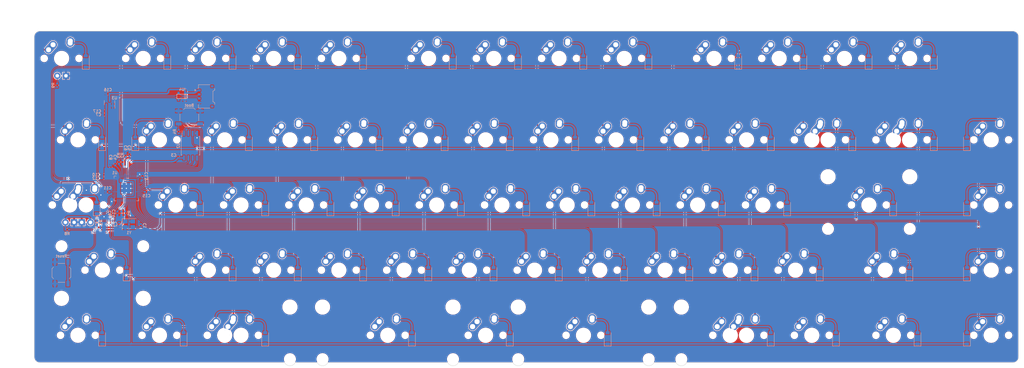
<source format=kicad_pcb>
(kicad_pcb (version 20221018) (generator pcbnew)
  (layers (0 "F.Cu" signal) (31 "B.Cu" signal) (34 "B.Paste" user) (35 "F.Paste" user) (36 "B.SilkS" user "B.Silkscreen") (37 "F.SilkS" user "F.Silkscreen") (38 "B.Mask" user) (39 "F.Mask" user) (44 "Edge.Cuts" user))
  (net 0 "")
  (net 1 "+1V1")
  (net 2 "GND")
  (net 3 "+3V3")
  (net 4 "XTAL_IN")
  (net 5 "Net-(C2-Pad2)")
  (net 6 "+5V")
  (net 7 "Net-(D1-A)")
  (net 8 "Net-(D2-A)")
  (net 9 "Net-(D3-A)")
  (net 10 "Net-(D4-A)")
  (net 11 "Net-(D5-A)")
  (net 12 "Net-(D6-A)")
  (net 13 "Net-(D7-A)")
  (net 14 "Net-(D8-A)")
  (net 15 "Net-(D9-A)")
  (net 16 "Net-(D10-A)")
  (net 17 "Net-(D11-A)")
  (net 18 "Net-(D12-A)")
  (net 19 "Net-(D13-A)")
  (net 20 "Net-(D14-A)")
  (net 21 "Net-(D15-A)")
  (net 22 "Net-(D16-A)")
  (net 23 "Net-(D17-A)")
  (net 24 "Net-(D18-A)")
  (net 25 "Net-(D19-A)")
  (net 26 "Net-(D20-A)")
  (net 27 "Net-(D21-A)")
  (net 28 "Net-(D22-A)")
  (net 29 "Net-(D23-A)")
  (net 30 "Net-(D24-A)")
  (net 31 "Net-(D25-A)")
  (net 32 "Net-(D26-A)")
  (net 33 "Net-(D27-A)")
  (net 34 "Net-(D28-A)")
  (net 35 "Net-(D29-A)")
  (net 36 "Net-(D30-A)")
  (net 37 "Net-(D31-A)")
  (net 38 "Net-(D32-A)")
  (net 39 "Net-(D33-A)")
  (net 40 "Net-(D34-A)")
  (net 41 "Net-(D35-A)")
  (net 42 "Net-(D36-A)")
  (net 43 "Net-(D37-A)")
  (net 44 "Net-(D38-A)")
  (net 45 "Net-(D39-A)")
  (net 46 "Net-(D40-A)")
  (net 47 "Net-(D41-A)")
  (net 48 "Net-(D42-A)")
  (net 49 "Net-(D43-A)")
  (net 50 "Net-(D44-A)")
  (net 51 "Net-(D45-A)")
  (net 52 "Net-(D46-A)")
  (net 53 "Net-(D47-A)")
  (net 54 "Net-(D48-A)")
  (net 55 "Net-(D49-A)")
  (net 56 "Net-(D50-A)")
  (net 57 "Net-(D51-A)")
  (net 58 "Net-(D52-A)")
  (net 59 "Net-(D53-A)")
  (net 60 "Net-(D54-A)")
  (net 61 "Net-(D55-A)")
  (net 62 "Net-(D56-A)")
  (net 63 "Net-(D57-A)")
  (net 64 "Net-(D58-A)")
  (net 65 "Net-(D59-A)")
  (net 66 "Net-(D60-A)")
  (net 67 "Net-(D61-A)")
  (net 68 "Net-(D62-A)")
  (net 69 "Net-(D63-A)")
  (net 70 "D-")
  (net 71 "D+")
  (net 72 "XTAL_OUT")
  (net 73 "Net-(U1-D+)")
  (net 74 "Net-(U1-D-)")
  (net 75 "CS")
  (net 76 "RESET")
  (net 77 "Net-(R4-Pad1)")
  (net 80 "SWCLK")
  (net 81 "SWDIO")
  (net 89 "SD3")
  (net 90 "QSPI_CLK")
  (net 91 "SD0")
  (net 92 "SD2")
  (net 93 "SD1")
  (net 94 "row0")
  (net 95 "row1")
  (net 96 "row3")
  (net 97 "row4")
  (net 98 "row2")
  (net 99 "col0")
  (net 100 "col1")
  (net 101 "col2")
  (net 102 "col3")
  (net 103 "col4")
  (net 104 "col5")
  (net 105 "col6")
  (net 106 "col7")
  (net 107 "col8")
  (net 108 "col9")
  (net 109 "col10")
  (net 110 "col11")
  (net 111 "col12")
  (net 112 "col13")
  (net 113 "Caps_LED")
  (net 114 "CAPS")
  (net 115 "Esc_LED")
  (net 116 "ESC")
  (footprint "MX_Alps_Hybrid:MX-1U-NoLED" (layer "F.Cu") (at 278.60625 171.45)
    (fp_text reference "MX51")
    (fp_text value "MX-NoLED")
  )
  (footprint "MX_Alps_Hybrid:MX-1.5U-NoLED" (layer "F.Cu") (at 83.34375 171.45)
    (fp_text reference "MX5")
    (fp_text value "MX-NoLED")
  )
  (footprint "MX_Alps_Hybrid:MX-1U-NoLED" (layer "F.Cu") (at 126.20625 171.45)
    (fp_text reference "MX17")
    (fp_text value "MX-NoLED")
  )
  (footprint "MX_Alps_Hybrid:MX-1U-NoLED" (layer "F.Cu") (at 278.60625 114.3)
    (fp_text reference "MX53")
    (fp_text value "MX-NoLED")
  )
  (footprint "MX_Alps_Hybrid:MX-1U-NoLED" (layer "F.Cu") (at 226.21875 133.35)
    (fp_text reference "MX39")
    (fp_text value "MX-NoLED")
  )
  (footprint "MX_Alps_Hybrid:MX-1U-NoLED" (layer "F.Cu") (at 221.45625 114.3)
    (fp_text reference "MX38")
    (fp_text value "MX-NoLED")
  )
  (footprint "MX_Alps_Hybrid:MX-1.75U-NoLED" (layer "F.Cu") (at 319.0875 152.4)
    (fp_text reference "MX63")
    (fp_text value "MX-NoLED")
  )
  (footprint "MX_Alps_Hybrid:MX-1U-NoLED" (layer "F.Cu") (at 159.54375 90.4875)
    (fp_text reference "MX22")
    (fp_text value "MX-NoLED")
  )
  (footprint "MX_Alps_Hybrid:MX-1U-NoLED" (layer "F.Cu") (at 130.96875 133.35)
    (fp_text reference "MX14")
    (fp_text value "MX-NoLED")
  )
  (footprint "MX_Alps_Hybrid:MX-1U-NoLED" (layer "F.Cu") (at 107.15625 171.45)
    (fp_text reference "MX11")
    (fp_text value "MX-NoLED")
  )
  (footprint "MX_Alps_Hybrid:MX-1U-NoLED" (layer "F.Cu") (at 102.39375 90.4875)
    (fp_text reference "MX7")
    (fp_text value "MX-NoLED")
  )
  (footprint "MX_Alps_Hybrid:MX-1U-NoLED" (layer "F.Cu") (at 121.44375 152.4)
    (fp_text reference "MX10")
    (fp_text value "MX-NoLED")
  )
  (footprint "MX_Alps_Hybrid:MX-1U-NoLED" (layer "F.Cu") (at 240.50625 114.3)
    (fp_text reference "MX43")
    (fp_text value "MX-NoLED")
  )
  (footprint "MX_Alps_Hybrid:MX-1U-NoLED" (layer "F.Cu") (at 140.49375 90.4875)
    (fp_text reference "MX18")
    (fp_text value "MX-NoLED")
  )
  (footprint "MX_Alps_Hybrid:MX-1U-NoLED" (layer "F.Cu") (at 235.74375 152.4)
    (fp_text reference "MX40")
    (fp_text value "MX-NoLED")
  )
  (footprint "MX_Alps_Hybrid:MX-1U-NoLED" (layer "F.Cu") (at 159.54375 152.4)
    (fp_text reference "MX21")
    (fp_text value "MX-NoLED")
  )
  (footprint "MX_Alps_Hybrid:MX-1U-NoLED" (layer "F.Cu") (at 188.11875 133.35)
    (fp_text reference "MX29")
    (fp_text value "MX-NoLED")
  )
  (footprint "MX_Alps_Hybrid:MX-1U-NoLED" (layer "F.Cu") (at 197.64375 152.4)
    (fp_text reference "MX30")
    (fp_text value "MX-NoLED")
  )
  (footprint "MX_Alps_Hybrid:MX-1U-NoLED" (layer "F.Cu") (at 202.40625 114.3)
    (fp_text reference "MX34")
    (fp_text value "MX-NoLED")
  )
  (footprint "MX_Alps_Hybrid:MX-1U-NoLED" (layer "F.Cu") (at 169.06875 133.35)
    (fp_text reference "MX24")
    (fp_text value "MX-NoLED")
  )
  (footprint "MX_Alps_Hybrid:MX-1U-NoLED" (layer "F.Cu") (at 216.69375 152.4)
    (fp_text reference "MX36")
    (fp_text value "MX-NoLED")
  )
  (footprint "MX_Alps_Hybrid:MX-7U-ReversedStabilizers-NoLED" (layer "F.Cu") (at 202.40625 171.45)
    (fp_text reference "MX32")
    (fp_text value "MX-NoLED")
  )
  (footprint "MX_Alps_Hybrid:MX-1U-NoLED" (layer "F.Cu") (at 121.44375 90.4875)
    (fp_text reference "MX12")
    (fp_text value "MX-NoLED")
  )
  (footprint "MX_Alps_Hybrid:MX-1U-NoLED" (layer "F.Cu") (at 254.79375 152.4)
    (fp_text reference "MX45")
    (fp_text value "MX-NoLED")
  )
  (footprint "MX_Alps_Hybrid:MX-1U-NoLED" (layer "F.Cu") (at 204.7875 90.4875)
    (fp_text reference "MX33")
    (fp_text value "MX-NoLED")
  )
  (footprint "MX_Alps_Hybrid:MX-3U-ReversedStabilizers-NoLED" (layer "F.Cu") (at 230.98125 171.45)
    (fp_text reference "MX41")
    (fp_text value "MX-NoLED")
  )
  (footprint "MX_Alps_Hybrid:MX-1U-NoLED" (layer "F.Cu") (at 183.35625 114.3)
    (fp_text reference "MX28")
    (fp_text value "MX-NoLED")
  )
  (footprint "MX_Alps_Hybrid:MX-1.5U-NoLED" (layer "F.Cu") (at 130.96875 171.45)
    (fp_text reference "MX16")
    (fp_text value "MX-NoLED")
  )
  (footprint "MX_Alps_Hybrid:MX-1U-NoLED" (layer "F.Cu") (at 178.59375 152.4)
    (fp_text reference "MX25")
    (fp_text value "MX-NoLED")
  )
  (footprint "MX_Alps_Hybrid:MX-1U-NoLED" (layer "F.Cu") (at 111.91875 133.35)
    (fp_text reference "MX9")
    (fp_text value "MX-NoLED")
  )
  (footprint "MX_Alps_Hybrid:MX-1U-NoLED" (layer "F.Cu") (at 292.89375 152.4)
    (fp_text reference "MX55")
    (fp_text value "MX-NoLED")
  )
  (footprint "MX_Alps_Hybrid:MX-1.5U-NoLED" (layer "F.Cu") (at 302.41875 114.3)
    (fp_text reference "MX60")
    (fp_text value "MX-NoLED")
  )
  (footprint "cipulot_parts:MX-1U" (layer "F.Cu") (at 78.58125 90.4875)
    (fp_text reference "MX1")
    (fp_text value "MX-NoLED")
  )
  (footprint "MX_Alps_Hybrid:MX-1U-NoLED" (layer "F.Cu") (at 326.23125 114.3)
    (fp_text reference "MX65")
    (fp_text value "MX-NoLED")
  )
  (footprint "MX_Alps_Hybrid:MX-1U-NoLED" (layer "F.Cu") (at 107.15625 114.3)
    (fp_text reference "MX8")
    (fp_text value "MX-NoLED")
  )
  (footprint "MX_Alps_Hybrid:MX-1U-NoLED" (layer "F.Cu") (at 350.04375 114.3)
    (fp_text reference "MX66")
    (fp_text value "MX-NoLED")
  )
  (footprint "MX_Alps_Hybrid:MX-1.5U-NoLED" (layer "F.Cu") (at 273.84375 171.45)
    (fp_text reference "MX50")
    (fp_text value "MX-NoLED")
  )
  (footprint "MX_Alps_Hybrid:MX-1.5U-NoLED" (layer "F.Cu") (at 83.34375 114.3)
    (fp_text reference "MX2")
    (fp_text value "MX-NoLED")
  )
  (footprint "MX_Alps_Hybrid:MX-1U-NoLED" (layer "F.Cu") (at 245.26875 133.35)
    (fp_text reference "MX44")
    (fp_text value "MX-NoLED")
  )
  (footprint "MX_Alps_Hybrid:MX-1.5U-NoLED" (layer "F.Cu") (at 321.46875 171.45)
    (fp_text reference "MX64")
    (fp_text value "MX-NoLED")
  )
  (footprint "MX_Alps_Hybrid:MX-1U-NoLED" (layer "F.Cu") (at 185.75375 90.4875)
    (fp_text reference "MX27")
    (fp_text value "MX-NoLED")
  )
  (footprint "MX_Alps_Hybrid:MX-1U-NoLED" (layer "F.Cu") (at 242.8875 90.4875)
    (fp_text reference "MX42")
    (fp_text value "MX-NoLED")
  )
  (footprint "MX_Alps_Hybrid:MX-1U-NoLED" (layer "F.Cu") (at 273.84375 152.4)
    (fp_text reference "MX49")
    (fp_text value "MX-NoLED")
  )
  (footprint "MX_Alps_Hybrid:MX-1U-NoLED" (layer "F.Cu") (at 350.04375 133.35)
    (fp_text reference "MX67")
    (fp_text value "MX-NoLED")
  )
  (footprint "cipulot_parts:MX-1.25U" (layer "F.Cu") (at 80.9625 133.35)
    (fp_text reference "MX3")
    (fp_text value "MX-NoLED")
  )
  (footprint "MX_Alps_Hybrid:MX-1U-NoLED" (layer "F.Cu") (at 145.25625 114.3)
    (fp_text reference "MX19")
    (fp_text value "MX-NoLED")
  )
  (footprint "MX_Alps_Hybrid:MX-1U-NoLED" (layer "F.Cu") (at 350.04375 171.45)
    (fp_text reference "MX69")
    (fp_text value "MX-NoLED")
  )
  (footprint "MX_Alps_Hybrid:MX-2.25U-NoLED" (layer "F.Cu") (at 90.4875 152.4)
    (fp_text reference "MX4")
    (fp_text value "MX-NoLED")
  )
  (footprint "MX_Alps_Hybrid:MX-1.5U-NoLED" (layer "F.Cu") (at 321.46875 114.3)
    (fp_text reference "MX62")
    (fp_text value "MX-NoLED")
  )
  (footprint "MX_Alps_Hybrid:MX-1U-NoLED" (layer "F.Cu") (at 150.01875 133.35)
    (fp_text reference "MX20")
    (fp_text value "MX-NoLED")
  )
  (footprint "MX_Alps_Hybrid:MX-1U-NoLED" (layer "F.Cu") (at 297.65625 114.3)
    (fp_text reference "MX58")
    (fp_text value "MX-NoLED")
  )
  (footprint "MX_Alps_Hybrid:MX-1U-NoLED" (layer "F.Cu") (at 126.20625 114.3)
    (fp_text reference "MX13")
    (fp_text value "MX-NoLED")
  )
  (footprint "MX_Alps_Hybrid:MX-1U-NoLED" (layer "F.Cu") (at 297.65625 171.45)
    (fp_text reference "MX56")
    (fp_text value "MX-NoLED")
  )
  (footprint "MX_Alps_Hybrid:MX-1U-NoLED" (layer "F.Cu") (at 223.8375 90.4875)
    (fp_text reference "MX37")
    (fp_text value "MX-NoLED")
  )
  (footprint "MX_Alps_Hybrid:MX-1U-NoLED" (layer "F.Cu") (at 307.18125 90.4875)
    (fp_text reference "MX57")
    (fp_text value "MX-NoLED")
  )
  (footprint "MX_Alps_Hybrid:MX-3U-ReversedStabilizers-NoLED" (layer "F.Cu") (at 173.83125 171.45)
    (fp_text reference "MX26")
    (fp_text value "MX-NoLED")
  )
  (footprint "MX_Alps_Hybrid:MX-2.25U-ReversedStabilizers-NoLED" (layer "F.Cu") (at 314.325 133.35)
    (fp_text reference "MX59")
    (fp_text value "MX-NoLED")
  )
  (footprint "MX_Alps_Hybrid:MX-1U-NoLED" (layer "F.Cu") (at 164.30625 114.3)
    (fp_text reference "MX23")
    (fp_text value "MX-NoLED")
  )
  (footprint "MX_Alps_Hybrid:MX-1U-NoLED" (layer "F.Cu") (at 283.36875 133.35)
    (fp_text reference "MX54")
    (fp_text value "MX-NoLED")
  )
  (footprint "MX_Alps_Hybrid:MX-1U-NoLED" (layer "F.Cu") (at 269.0975 90.4875)
    (fp_text reference "MX46")
    (fp_text value "MX-NoLED")
  )
  (footprint "MX_Alps_Hybrid:MX-1U-NoLED" (layer "F.Cu") (at 350.04375 152.4)
    (fp_text reference "MX68")
    (fp_text value "MX-NoLED")
  )
  (footprint "cipulot_parts:MX-1.75U-FLIPPED" (layer "F.Cu") (at 85.725 133.35)
    (fp_text reference "MX6")
    (fp_text value "MX-NoLED")
  )
  (footprint "MX_Alps_Hybrid:MX-1U-NoLED" (layer "F.Cu") (at 259.55625 114.3)
    (fp_text reference "MX47")
    (fp_text value "MX-NoLED")
  )
  (footprint "Components:OJ LOGO" (layer "F.Cu") (at 347.03 92.51)
    (fp_text reference "G***")
    (fp_text value "LOGO" hide)
  )
  (footprint "MX_Alps_Hybrid:MX-1U-NoLED" (layer "F.Cu") (at 207.16875 133.35)
    (fp_text reference "MX35")
    (fp_text value "MX-NoLED")
  )
  (footprint "MX_Alps_Hybrid:MX-1U-NoLED" (layer "F.Cu") (at 288.13125 90.4875)
    (fp_text reference "MX52")
    (fp_text value "MX-NoLED")
  )
  (footprint "MX_Alps_Hybrid:MX-6U-Centered-ReversedStabilizers-NoLED" (layer "F.Cu") (at 202.40625 171.45)
    (fp_text reference "MX31")
    (fp_text value "MX-NoLED")
  )
  (footprint "MX_Alps_Hybrid:MX-1U-NoLED" (layer "F.Cu") (at 264.31875 133.35)
    (fp_text reference "MX48")
    (fp_text value "MX-NoLED")
  )
  (footprint "MX_Alps_Hybrid:MX-1U-NoLED" (layer "F.Cu") (at 326.23125 90.4875)
    (fp_text reference "MX61")
    (fp_text value "MX-NoLED")
  )
  (footprint "MX_Alps_Hybrid:MX-1U-NoLED" (layer "F.Cu") (at 140.49375 152.4)
    (fp_text reference "MX15")
    (fp_text value "MX-NoLED")
  )
  (footprint "Crystal:Crystal_SMD_3225-4Pin_3.2x2.5mm" (layer "B.Cu") (at 98.25 139)
    (fp_text reference "Y1")
    (fp_text value "12MHz")
  )
  (footprint "Diode_SMD:D_SOD-123" (layer "B.Cu") (at 309.49 115.18 90)
    (fp_text reference "D55" hide)
    (fp_text value "D_Small")
  )
  (footprint "Diode_SMD:D_SOD-123" (layer "B.Cu") (at 285.68 115.18 90)
    (fp_text reference "D49" hide)
    (fp_text value "D_Small")
  )
  (footprint "Resistor_SMD:R_0402_1005Metric" (layer "B.Cu") (at 95.31 120.79 -90)
    (fp_text reference "R3")
    (fp_text value "27")
  )
  (footprint "Diode_SMD:D_SOD-123" (layer "B.Cu") (at 276.16 91.375 90)
    (fp_text reference "D43" hide)
    (fp_text value "D_Small")
  )
  (footprint "Diode_SMD:D_SOD-123" (layer "B.Cu") (at 166.61 153.29 90)
    (fp_text reference "D19" hide)
    (fp_text value "D_Small")
  )
  (footprint "Diode_SMD:D_SOD-123" (layer "B.Cu") (at 85.64 91.375 90)
    (fp_text reference "D1" hide)
    (fp_text value "D_Small")
  )
  (footprint "Capacitor_SMD:C_0402_1005Metric" (layer "B.Cu") (at 112.6 119.12 90)
    (fp_text reference "C3")
    (fp_text value ".1u")
  )
  (footprint "Capacitor_SMD:C_0402_1005Metric" (layer "B.Cu") (at 101.7 139.38 -90)
    (fp_text reference "C1")
    (fp_text value "22pF")
  )
  (footprint "Diode_SMD:D_SOD-123" (layer "B.Cu") (at 171.38 115.18 90)
    (fp_text reference "D21" hide)
    (fp_text value "D_Small")
  )
  (footprint "Diode_SMD:D_SOD-123" (layer "B.Cu") (at 295.19 91.37 90)
    (fp_text reference "D48" hide)
    (fp_text value "D_Small")
  )
  (footprint "Capacitor_SMD:C_0402_1005Metric" (layer "B.Cu") (at 92.97 122.32 90)
    (fp_text reference "C8")
    (fp_text value "1u")
  )
  (footprint "Resistor_SMD:R_0402_1005Metric" (layer "B.Cu") (at 88.91 138.5 90)
    (fp_text reference "R1")
    (fp_text value "1k")
  )
  (footprint "Diode_SMD:D_SOD-123" (layer "B.Cu") (at 252.34 134.23 90)
    (fp_text reference "D41" hide)
    (fp_text value "D_Small")
  )
  (footprint "Diode_SMD:D_SOD-123" (layer "B.Cu") (at 342.98 134.23 90)
    (fp_text reference "D61" hide)
    (fp_text value "D_Small")
  )
  (footprint "Diode_SMD:D_SOD-123" (layer "B.Cu") (at 133.28 115.18 90)
    (fp_text reference "D12" hide)
    (fp_text value "D_Small")
  )
  (footprint "Diode_SMD:D_SOD-123" (layer "B.Cu") (at 152.32 115.18 90)
    (fp_text reference "D17" hide)
    (fp_text value "D_Small")
  )
  (footprint "Diode_SMD:D_SOD-123" (layer "B.Cu") (at 138.04 134.23 90)
    (fp_text reference "D13" hide)
    (fp_text value "D_Small")
  )
  (footprint "Connector_Molex:Molex_Pico-EZmate_78171-0004_1x04-1MP_P1.20mm_Vertical" (layer "B.Cu") (at 120.65 101.6 -90)
    (fp_text reference "J1" hide)
    (fp_text value "SM04B")
  )
  (footprint "Diode_SMD:D_SOD-123" (layer "B.Cu") (at 192.8125 91.375 90)
    (fp_text reference "D25" hide)
    (fp_text value "D_Small")
  )
  (footprint "Diode_SMD:D_SOD-123" (layer "B.Cu") (at 138.02 172.34 90)
    (fp_text reference "D15" hide)
    (fp_text value "D_Small")
  )
  (footprint "Diode_SMD:D_SOD-123" (layer "B.Cu") (at 342.97 172.33 90)
    (fp_text reference "D63" hide)
    (fp_text value "D_Small")
  )
  (footprint "Capacitor_SMD:C_0402_1005Metric" (layer "B.Cu") (at 102.18 124.86 90)
    (fp_text reference "C13")
    (fp_text value ".1u")
  )
  (footprint "Diode_SMD:D_SOD-123" (layer "B.Cu") (at 247.58 115.18 90)
    (fp_text reference "D40" hide)
    (fp_text value "D_Small")
  )
  (footprint "Diode_SMD:D_SOD-123" (layer "B.Cu") (at 214.24 134.24 90)
    (fp_text reference "D32" hide)
    (fp_text value "D_Small")
  )
  (footprint "Resistor_SMD:R_0402_1005Metric" (layer "B.Cu") (at 96.37 120.79 -90)
    (fp_text reference "R2")
    (fp_text value "27")
  )
  (footprint "Diode_SMD:D_SOD-123" (layer "B.Cu") (at 333.3 115.18 90)
    (fp_text reference "D59" hide)
    (fp_text value "D_Small")
  )
  (footprint "random-keyboard-parts:SOT143B" (layer "B.Cu") (at 113.68 101.59 90)
    (fp_text reference "U4")
    (fp_text value "PRTR5V0U2X")
  )
  (footprint "Diode_SMD:D_SOD-123" (layer "B.Cu") (at 88.82 134.24 90)
    (fp_text reference "D5" hide)
    (fp_text value "D_Small")
  )
  (footprint "cipulot_parts:RP2040-QFN-56" (layer "B.Cu") (at 97.5 128.5 180)
    (fp_text reference "U1")
    (fp_text value "RP2040")
  )
  (footprint "Diode_SMD:D_SOD-123" (layer "B.Cu") (at 128.5025 91.375 90)
    (fp_text reference "D11" hide)
    (fp_text value "D_Small")
  )
  (footprint "Package_TO_SOT_SMD:SOT-23" (layer "B.Cu") (at 92.58 103.42 90)
    (fp_text reference "U3")
    (fp_text value "XC6206PxxxMR")
  )
  (footprint "Capacitor_SMD:C_0402_1005Metric" (layer "B.Cu") (at 91.11 105.9 180)
    (fp_text reference "C17")
    (fp_text value "1u")
  )
  (footprint "Diode_SMD:D_SOD-123" (layer "B.Cu") (at 342.97 153.28 90)
    (fp_text reference "D62" hide)
    (fp_text value "D_Small")
  )
  (footprint "Diode_SMD:D_SOD-123" (layer "B.Cu") (at 185.66 153.28 90)
    (fp_text reference "D23" hide)
    (fp_text value "D_Small")
  )
  (footprint "Diode_SMD:D_SOD-123" (layer "B.Cu") (at 261.86 153.28 90)
    (fp_text reference "D42" hide)
    (fp_text value "D_Small")
  )
  (footprint "Diode_SMD:D_SOD-123" (layer "B.Cu") (at 114.21 172.33 90)
    (fp_text reference "D10" hide)
    (fp_text value "D_Small")
  )
  (footprint "Diode_SMD:D_SOD-123" (layer "B.Cu") (at 204.71 153.29 90)
    (fp_text reference "D28" hide)
    (fp_text value "D_Small")
  )
  (footprint "Diode_SMD:D_SOD-123" (layer "B.Cu") (at 233.29 134.24 90)
    (fp_text reference "D36" hide)
    (fp_text value "D_Small")
  )
  (footprint "Diode_SMD:D_SOD-123" (layer "B.Cu") (at 238.04 172.34 90)
    (fp_text reference "D38" hide)
    (fp_text value "D_Small")
  )
  (footprint "Diode_SMD:D_SOD-123" (layer "B.Cu") (at 128.51 153.29 90)
    (fp_text reference "D9" hide)
    (fp_text value "D_Small")
  )
  (footprint "Capacitor_SMD:C_0402_1005Metric" (layer "B.Cu") (at 97.3 118.82 90)
    (fp_text reference "C9")
    (fp_text value ".1u")
  )
  (footprint "Package_SO:SOIC-8_5.23x5.23mm_P1.27mm" (layer "B.Cu") (at 116.22 116 -90)
    (fp_text reference "U2")
    (fp_text value "W25Q128JVS")
  )
  (footprint "Diode_SMD:D_SOD-123" (layer "B.Cu") (at 342.97 115.18 90)
    (fp_text reference "D60" hide)
    (fp_text value "D_Small")
  )
  (footprint "Capacitor_SMD:C_0402_1005Metric" (layer "B.Cu") (at 103.37 129.5)
    (fp_text reference "C15")
    (fp_text value ".1u")
  )
  (footprint "Diode_SMD:D_SOD-123" (layer "B.Cu") (at 209.47 172.33 90)
    (fp_text reference "D29" hide)
    (fp_text value "D_Small")
  )
  (footprint "Capacitor_SMD:C_0402_1005Metric" (layer "B.Cu") (at 91.11 106.96 180)
    (fp_text reference "C7")
    (fp_text value "10u")
  )
  (footprint "Diode_SMD:D_SOD-123" (layer "B.Cu") (at 190.42 115.18 90)
    (fp_text reference "D26" hide)
    (fp_text value "D_Small")
  )
  (footprint "Resistor_SMD:R_0402_1005Metric" (layer "B.Cu") (at 77.31 98.35 -90)
    (fp_text reference "R9")
    (fp_text value "R_0402_1005Metric")
  )
  (footprint "Diode_SMD:D_SOD-123" (layer "B.Cu") (at 195.18 134.23 90)
    (fp_text reference "D27" hide)
    (fp_text value "D_Small")
  )
  (footprint "Diode_SMD:D_SOD-123" (layer "B.Cu") (at 304.72 172.33 90)
    (fp_text reference "D52" hide)
    (fp_text value "D_Small")
  )
  (footprint "Diode_SMD:D_SOD-123" (layer "B.Cu") (at 328.53 172.33 90)
    (fp_text reference "D58" hide)
    (fp_text value "D_Small")
  )
  (footprint "Capacitor_SMD:C_0402_1005Metric" (layer "B.Cu") (at 96 135.77 -90)
    (fp_text reference "C14")
    (fp_text value ".1u")
  )
  (footprint "Button_Switch_SMD:SW_SPST_TL3342" (layer "B.Cu") (at 115.89 107.73 180)
    (fp_text reference "SW1" hide)
    (fp_text value "Boot")
  )
  (footprint "Diode_SMD:D_SOD-123" (layer "B.Cu") (at 321.39 134.23 90)
    (fp_text reference "D54" hide)
    (fp_text value "D_Small")
  )
  (footprint "Diode_SMD:D_SOD-123" (layer "B.Cu") (at 280.92 153.28 90)
    (fp_text reference "D46" hide)
    (fp_text value "D_Small")
  )
  (footprint "Capacitor_SMD:C_0402_1005Metric" (layer "B.Cu") (at 90.92 124.49 180)
    (fp_text reference "C10")
    (fp_text value ".1u")
  )
  (footprint "Resistor_SMD:R_0402_1005Metric" (layer "B.Cu") (at 80.2 140.56 180)
    (fp_text reference "R8")
    (fp_text value "220")
  )
  (footprint "Diode_SMD:D_SOD-123" (layer "B.Cu") (at 118.99 134.23 90)
    (fp_text reference "D8" hide)
    (fp_text value "D_Small")
  )
  (footprint "Capacitor_SMD:C_0402_1005Metric" (layer "B.Cu") (at 91.99 129.5 180)
    (fp_text reference "C11")
    (fp_text value ".1u")
  )
  (footprint "Button_Switch_SMD:SW_SPST_TL3342" (layer "B.Cu") (at 78.53 153.2 90)
    (fp_text reference "SW2" hide)
    (fp_text value "Reset")
  )
  (footprint "Capacitor_SMD:C_0402_1005Metric" (layer "B.Cu") (at 94.85 135.77 -90)
    (fp_text reference "C6")
    (fp_text value ".1u")
  )
  (footprint "Diode_SMD:D_SOD-123" (layer "B.Cu") (at 211.8625 91.375 90)
    (fp_text reference "D30" hide)
    (fp_text value "D_Small")
  )
  (footprint "Resistor_SMD:R_0402_1005Metric" (layer "B.Cu") (at 97.15 135.76 90)
    (fp_text reference "R5")
    (fp_text value "1k")
  )
  (footprint "Diode_SMD:D_SOD-123" (layer "B.Cu") (at 166.6025 91.375 90)
    (fp_text reference "D20" hide)
    (fp_text value "D_Small")
  )
  (footprint "Diode_SMD:D_SOD-123" (layer "B.Cu") (at 223.76 153.28 90)
    (fp_text reference "D33" hide)
    (fp_text value "D_Small")
  )
  (footprint "Capacitor_SMD:C_0402_1005Metric" (layer "B.Cu") (at 92.09 100.81 180)
    (fp_text reference "C16")
    (fp_text value "1u")
  )
  (footprint "Diode_SMD:D_SOD-123" (layer "B.Cu") (at 314.24 91.37 90)
    (fp_text reference "D53" hide)
    (fp_text value "D_Small")
  )
  (footprint "Diode_SMD:D_SOD-123" (layer "B.Cu") (at 228.53 115.19 90)
    (fp_text reference "D35" hide)
    (fp_text value "D_Small")
  )
  (footprint "Diode_SMD:D_SOD-123" (layer "B.Cu") (at 285.67 172.33 90)
    (fp_text reference "D47" hide)
    (fp_text value "D_Small")
  )
  (footprint "Diode_SMD:D_SOD-123" (layer "B.Cu") (at 290.44 134.23 90)
    (fp_text reference "D50" hide)
    (fp_text value "D_Small")
  )
  (footprint "Diode_SMD:D_SOD-123" (layer "B.Cu") (at 230.9125 91.375 90)
    (fp_text reference "D34" hide)
    (fp_text value "D_Small")
  )
  (footprint "Diode_SMD:D_SOD-123" (layer "B.Cu") (at 97.56 153.28 90)
    (fp_text reference "D3" hide)
    (fp_text value "D_Small")
  )
  (footprint "Diode_SMD:D_SOD-123" (layer "B.Cu") (at 100.09 115.18 90)
    (fp_text reference "D7" hide)
    (fp_text value "D_Small")
  )
  (footprint "Capacitor_SMD:C_0402_1005Metric" (layer "B.Cu") (at 90.92 125.56 180)
    (fp_text reference "C12")
    (fp_text value ".1u")
  )
  (footprint "Diode_SMD:D_SOD-123" (layer "B.Cu") (at 242.81 153.28 90)
    (fp_text reference "D37" hide)
    (fp_text value "D_Small")
  )
  (footprint "Diode_SMD:D_SOD-123" (layer "B.Cu") (at 299.96 153.28 90)
    (fp_text reference "D51" hide)
    (fp_text value "D_Small")
  )
  (footprint "Capacitor_SMD:C_0402_1005Metric" (layer "B.Cu") (at 98.37 118.49 90)
    (fp_text reference "C5")
    (fp_text value ".1u")
  )
  (footprint "Resistor_SMD:R_0402_1005Metric" (layer "B.Cu") (at 112.76 111.89 -90)
    (fp_text reference "R4")
    (fp_text value "1k")
  )
  (footprint "Diode_SMD:D_SOD-123" (layer "B.Cu") (at 249.9625 91.375 90)
    (fp_text reference "D39" hide)
    (fp_text value "D_Small")
  )
  (footprint "Diode_SMD:D_SOD-123" (layer "B.Cu") (at 147.5525 91.375 90)
    (fp_text reference "D16" hide)
    (fp_text value "D_Small")
  )
  (footprint "Diode_SMD:D_SOD-123" (layer "B.Cu") (at 157.09 134.23 90)
    (fp_text reference "D18" hide)
    (fp_text value "D_Small")
  )
  (footprint "Diode_SMD:D_SOD-123" (layer "B.Cu") (at 209.48 115.18 90)
    (fp_text reference "D31" hide)
    (fp_text value "D_Small")
  )
  (footprint "Diode_SMD:D_SOD-123" (layer "B.Cu") (at 176.14 134.23 90)
    (fp_text reference "D22" hide)
    (fp_text value "D_Small")
  )
  (footprint "Diode_SMD:D_SOD-123" (layer "B.Cu") (at 180.9 172.33 90)
    (fp_text reference "D24" hide)
    (fp_text value "D_Small")
  )
  (footprint "Diode_SMD:D_SOD-123" (layer "B.Cu") (at 109.4525 91.375 90)
    (fp_text reference "D6" hide)
    (fp_text value "D_Small")
  )
  (footprint "Capacitor_SMD:C_0402_1005Metric" (layer "B.Cu") (at 94.24 121.29 90)
    (fp_text reference "C4")
    (fp_text value "1u")
  )
  (footprint "Capacitor_SMD:C_0402_1005Metric" (layer "B.Cu") (at 95.36 139 90)
    (fp_text reference "C2")
    (fp_text value "22pF")
  )
  (footprint "Diode_SMD:D_SOD-123" (layer "B.Cu") (at 147.56 153.28 90)
    (fp_text reference "D14" hide)
    (fp_text value "D_Small")
  )
  (footprint "Diode_SMD:D_SOD-123" (layer "B.Cu") (at 266.62 115.18 90)
    (fp_text reference "D44" hide)
    (fp_text value "D_Small")
  )
  (footprint "Diode_SMD:D_SOD-123" (layer "B.Cu") (at 271.39 134.23 90)
    (fp_text reference "D45" hide)
    (fp_text value "D_Small")
  )
  (footprint "Diode_SMD:D_SOD-123" (layer "B.Cu") (at 90.4 172.34 90)
    (fp_text reference "D4" hide)
    (fp_text value "D_Small")
  )
  (footprint "Diode_SMD:D_SOD-123" (layer "B.Cu") (at 90.41 115.18 90)
    (fp_text reference "D2" hide)
    (fp_text value "D_Small")
  )
  (footprint "Diode_SMD:D_SOD-123" (layer "B.Cu") (at 333.29 91.37 90)
    (fp_text reference "D56" hide)
    (fp_text value "D_Small")
  )
  (footprint "Diode_SMD:D_SOD-123" (layer "B.Cu") (at 326.16 153.28 90)
    (fp_text reference "D57" hide)
    (fp_text value "D_Small")
  )
  (gr_arc (start 146.843749 179.3875) (mid 145.25625 180.368628) (end 143.668751 179.3875) (stroke (width 0.1)) (layer "Edge.Cuts"))
  (gr_line (start 257.968751 179.3875) (end 251.618749 179.3875) (stroke (width 0.1)) (layer "Edge.Cuts"))
  (gr_line (start 146.843749 179.3875) (end 152.4 179.3875) (stroke (width 0.1)) (layer "Edge.Cuts"))
  (gr_arc (start 261.143749 179.3875) (mid 259.55625 180.368628) (end 257.968751 179.3875) (stroke (width 0.1)) (layer "Edge.Cuts"))
  (gr_arc (start 156.368749 179.3875) (mid 154.78125 180.368628) (end 153.193751 179.3875) (stroke (width 0.1)) (layer "Edge.Cuts"))
  (gr_arc (start 357.98125 177.8) (mid 357.516282 178.922532) (end 356.39375 179.3875) (stroke (width 0.1)) (layer "Edge.Cuts"))
  (gr_arc (start 70.64375 84.1375) (mid 71.108718 83.014968) (end 72.23125 82.55) (stroke (width 0.1)) (layer "Edge.Cuts"))
  (gr_arc (start 356.39375 82.55) (mid 357.516282 83.014968) (end 357.98125 84.1375) (stroke (width 0.1)) (layer "Edge.Cuts"))
  (gr_arc (start 213.518749 179.3875) (mid 211.93125 180.368628) (end 210.343751 179.3875) (stroke (width 0.1)) (layer "Edge.Cuts"))
  (gr_arc (start 194.468749 179.3875) (mid 192.88125 180.368628) (end 191.293751 179.3875) (stroke (width 0.1)) (layer "Edge.Cuts"))
  (gr_line (start 142.875 179.3875) (end 143.668751 179.3875) (stroke (width 0.1)) (layer "Edge.Cuts"))
  (gr_line (start 356.39375 82.55) (end 72.23125 82.55) (stroke (width 0.1)) (layer "Edge.Cuts"))
  (gr_arc (start 251.618749 179.3875) (mid 250.03125 180.368628) (end 248.443751 179.3875) (stroke (width 0.1)) (layer "Edge.Cuts"))
  (gr_arc (start 72.23125 179.3875) (mid 71.108718 178.922532) (end 70.64375 177.8) (stroke (width 0.1)) (layer "Edge.Cuts"))
  (gr_line (start 156.368749 179.3875) (end 190.5 179.3875) (stroke (width 0.1)) (layer "Edge.Cuts"))
  (gr_line (start 356.39375 179.3875) (end 261.14375 179.3875) (stroke (width 0.1)) (layer "Edge.Cuts"))
  (gr_line (start 191.293751 179.3875) (end 190.5 179.3875) (stroke (width 0.1)) (layer "Edge.Cuts"))
  (gr_line (start 70.64375 84.1375) (end 70.64375 177.8) (stroke (width 0.1)) (layer "Edge.Cuts"))
  (gr_line (start 72.23125 179.3875) (end 142.875 179.3875) (stroke (width 0.1)) (layer "Edge.Cuts"))
  (gr_line (start 248.443751 179.3875) (end 213.51875 179.3875) (stroke (width 0.1)) (layer "Edge.Cuts"))
  (gr_line (start 152.4 179.3875) (end 153.193751 179.3875) (stroke (width 0.1)) (layer "Edge.Cuts"))
  (gr_line (start 357.98125 177.8) (end 357.98125 84.1375) (stroke (width 0.1)) (layer "Edge.Cuts"))
  (gr_line (start 210.343751 179.3875) (end 194.468749 179.3875) (stroke (width 0.1)) (layer "Edge.Cuts"))
  (segment (start 97.25 126.4) (end 96.6 126.4) (width 0.2) (layer "F.Cu") (net 1))
  (segment (start 95.67 134.31) (end 96.285 133.695) (width 0.2) (layer "F.Cu") (net 1))
  (segment (start 96.9 130.5995) (end 96.9 132.210258) (width 0.2) (layer "F.Cu") (net 1))
  (segment (start 97.9 125.75) (end 97.9 120.28) (width 0.2) (layer "F.Cu") (net 1))
  (via (at 97.9 120.28) (size 0.6) (drill 0.35) (layers "F.Cu" "B.Cu") (net 1))
  (via (at 96.9 130.5995) (size 0.6) (drill 0.35) (layers "F.Cu" "B.Cu") (net 1))
  (via (at 96.6 126.4) (size 0.6) (drill 0.35) (layers "F.Cu" "B.Cu") (net 1))
  (via (at 95.67 134.31) (size 0.6) (drill 0.35) (layers "F.Cu" "B.Cu") (net 1))
  (arc (start 97.9 125.75) (mid 97.709619 126.209619) (end 97.25 126.4) (width 0.2) (layer "F.Cu") (net 1))
  (arc (start 96.9 132.210258) (mid 96.740166 133.013794) (end 96.285 133.695) (width 0.2) (layer "F.Cu") (net 1))
  (segment (start 95.052113 122.582113) (end 94.24 121.77) (width 0.2) (layer "B.Cu") (net 1))
  (segment (start 97.9 122.224466) (end 97.9 120.28) (width 0.2) (layer "B.Cu") (net 1))
  (segment (start 94.85 135.21) (end 94.85 135.29) (width 0.2) (layer "B.Cu") (net 1))
  (segment (start 95.7 125.0625) (end 95.7 125.82) (width 0.2) (layer "B.Cu") (net 1))
  (segment (start 95.675839 134.308474) (end 96.603235 133.381078) (width 0.2) (layer "B.Cu") (net 1))
  (segment (start 95.7 125.0625) (end 95.7 124.14625) (width 0.2) (layer "B.Cu") (net 1))
  (segment (start 94.906568 135.073431) (end 95.67 134.31) (width 0.2) (layer "B.Cu") (net 1))
  (segment (start 96.801078 133.183235) (end 96.603235 133.381078) (width 0.2) (layer "B.Cu") (net 1))
  (segment (start 95.672157 134.31) (end 95.67 134.31) (width 0.2) (layer "B.Cu") (net 1))
  (segment (start 98.135 120.28) (end 97.9 120.28) (width 0.2) (layer "B.Cu") (net 1))
  (segment (start 98.37 120.045) (end 98.37 118.97) (width 0.2) (layer "B.Cu") (net 1))
  (segment (start 96.9 132.944417) (end 96.9 131.9375) (width 0.2) (layer "B.Cu") (net 1))
  (segment (start 97.7 122.707309) (end 97.7 125.0625) (width 0.2) (layer "B.Cu") (net 1))
  (arc (start 97.9 122.224466) (mid 97.87401 122.355122) (end 97.8 122.465888) (width 0.2) (layer "B.Cu") (net 1))
  (arc (start 97.8 122.465888) (mid 97.725989 122.576652) (end 97.7 122.707309) (width 0.2) (layer "B.Cu") (net 1))
  (arc (start 96.9 132.944417) (mid 96.874291 133.073664) (end 96.801078 133.183235) (width 0.2) (layer "B.Cu") (net 1))
  (arc (start 94.906568 135.073431) (mid 94.864701 135.136089) (end 94.85 135.21) (width 0.2) (layer "B.Cu") (net 1))
  (arc (start 95.675839 134.308474) (mid 95.674149 134.309603) (end 95.672157 134.31) (width 0.2) (layer "B.Cu") (net 1))
  (arc (start 95.052113 122.582113) (mid 95.531619 123.299745) (end 95.7 124.14625) (width 0.2) (layer "B.Cu") (net 1))
  (arc (start 98.37 120.045) (mid 98.30117 120.21117) (end 98.135 120.28) (width 0.2) (layer "B.Cu") (net 1))
  (segment (start 98.775 129.775) (end 96.225 129.775) (width 0.5) (layer "F.Cu") (net 2))
  (segment (start 96.225 128.5) (end 98.775 128.5) (width 0.5) (layer "F.Cu") (net 2))
  (segment (start 98.775 129.775) (end 98.775 127.225) (width 0.5) (layer "F.Cu") (net 2))
  (segment (start 97.5 129.775) (end 97.5 127.225) (width 0.5) (layer "F.Cu") (net 2))
  (segment (start 96.225 127.225) (end 96.225 129.775) (width 0.5) (layer "F.Cu") (net 2))
  (segment (start 96.225 127.225) (end 98.775 127.225) (width 0.5) (layer "F.Cu") (net 2))
  (via (at 118.12 113.7) (size 0.6) (drill 0.35) (layers "F.Cu" "B.Cu") (net 2))
  (via (at 90.05 130.43) (size 0.6) (drill 0.35) (layers "F.Cu" "B.Cu") (net 2))
  (via (at 89.6795 125.56) (size 0.6) (drill 0.35) (layers "F.Cu" "B.Cu") (net 2))
  (via (at 93.2 132.33) (size 0.6) (drill 0.35) (layers "F.Cu" "B.Cu") (net 2))
  (via (at 101.37 124.38) (size 0.6) (drill 0.35) (layers "F.Cu" "B.Cu") (net 2))
  (via (at 85.82 129.02) (size 0.6) (drill 0.35) (layers "F.Cu" "B.Cu") (net 2))
  (via (at 89.6795 124.49) (size 0.6) (drill 0.35) (layers "F.Cu" "B.Cu") (net 2))
  (via (at 90.98 136.79) (size 0.6) (drill 0.35) (layers "F.Cu" "B.Cu") (net 2))
  (via (at 98.6995 136.5105) (size 0.6) (drill 0.35) (layers "F.Cu" "B.Cu") (net 2))
  (segment (start 118.125 113.691464) (end 118.125 112.4) (width 0.5) (layer "B.Cu") (net 2))
  (segment (start 89.6795 125.56) (end 90.44 125.56) (width 0.25) (layer "B.Cu") (net 2))
  (segment (start 118.267417 103.267417) (end 117.995 102.995) (width 0.5) (layer "B.Cu") (net 2))
  (segment (start 89.6795 124.49) (end 90.44 124.49) (width 0.25) (layer "B.Cu") (net 2))
  (segment (start 102.160208 139.020208) (end 102.55 139.41) (width 0.2) (layer "B.Cu") (net 2))
  (segment (start 118.12 113.7) (end 118.1225 113.6975) (width 0.5) (layer "B.Cu") (net 2))
  (segment (start 117.017243 102.59) (end 114.43 102.59) (width 0.5) (layer "B.Cu") (net 2))
  (segment (start 98.5 136.169932) (end 98.5 131.9375) (width 0.2) (layer "B.Cu") (net 2))
  (segment (start 82.2325 138.43) (end 84.455 138.43) (width 0.5) (layer "B.Cu") (net 2))
  (segment (start 101.87 138.9) (end 101.7 138.9) (width 0.2) (layer "B.Cu") (net 2))
  (segment (start 118.5875 103.4) (end 118.775 103.4) (width 0.5) (layer "B.Cu") (net 2))
  (segment (start 98.59975 136.41075) (end 98.6995 136.5105) (width 0.2) (layer "B.Cu") (net 2))
  (arc (start 118.267417 103.267417) (mid 118.414272 103.365542) (end 118.5875 103.4) (width 0.5) (layer "B.Cu") (net 2))
  (arc (start 98.5 136.169932) (mid 98.525924 136.300261) (end 98.59975 136.41075) (width 0.2) (layer "B.Cu") (net 2))
  (arc (start 102.160208 139.020208) (mid 102.027059 138.931241) (end 101.87 138.9) (width 0.2) (layer "B.Cu") (net 2))
  (arc (start 118.125 113.691464) (mid 118.12435 113.69473) (end 118.1225 113.6975) (width 0.5) (layer "B.Cu") (net 2))
  (arc (start 117.995 102.995) (mid 117.546401 102.695256) (end 117.017243 102.59) (width 0.5) (layer "B.Cu") (net 2))
  (segment (start 97.097863 122.065714) (end 97.097863 120.481068) (width 0.5) (layer "F.Cu") (net 3))
  (segment (start 94.550501 139.89) (end 88.91 139.89) (width 0.5) (layer "F.Cu") (net 3))
  (segment (start 99 120.12) (end 99 120.71) (width 0.5) (layer "F.Cu") (net 3))
  (segment (start 98.41 119.53) (end 98.048931 119.53) (width 0.5) (layer "F.Cu") (net 3))
  (segment (start 96.5505 137.890001) (end 96.5505 134.37) (width 0.5) (layer "F.Cu") (net 3))
  (via (at 99 120.71) (size 0.6) (drill 0.35) (layers "F.Cu" "B.Cu") (net 3))
  (via (at 97.097863 122.065714) (size 0.6) (drill 0.35) (layers "F.Cu" "B.Cu") (net 3))
  (via (at 88.91 139.89) (size 0.6) (drill 0.35) (layers "F.Cu" "B.Cu") (net 3))
  (via (at 96.5505 134.37) (size 0.6) (drill 0.35) (layers "F.Cu" "B.Cu") (net 3))
  (arc (start 98.048931 119.53) (mid 97.376424 119.808561) (end 97.097863 120.481068) (width 0.5) (layer "F.Cu") (net 3))
  (arc (start 99 120.12) (mid 98.827193 119.702806) (end 98.41 119.53) (width 0.5) (layer "F.Cu") (net 3))
  (arc (start 96.5505 137.890001) (mid 95.964713 139.304213) (end 94.550501 139.89) (width 0.5) (layer "F.Cu") (net 3))
  (segment (start 96.9 124.78625) (end 96.9 124.651421) (width 0.2) (layer "B.Cu") (net 3))
  (segment (start 91.59 122.11) (end 91.59 106.988284) (width 0.5) (layer "B.Cu") (net 3))
  (segment (start 94.0625 129.5) (end 92.47 129.5) (width 0.2) (layer "B.Cu") (net 3))
  (segment (start 96.9 124.78625) (end 96.9 125.33875) (width 0.2) (layer "B.Cu") (net 3))
  (segment (start 95.145 125.765) (end 95.2 125.71) (width 0.2) (layer "B.Cu") (net 3))
  (segment (start 112.6 119.6) (end 114.315 119.6) (width 0.5) (layer "B.Cu") (net 3))
  (segment (start 97.097863 122.065714) (end 97.098931 122.066782) (width 0.2) (layer "B.Cu") (net 3))
  (segment (start 103.679999 120.709999) (end 100.56 120.709999) (width 0.5) (layer "B.Cu") (net 3))
  (segment (start 94.9 125.468578) (end 94.9 125.0625) (width 0.2) (layer "B.Cu") (net 3))
  (segment (start 95.145 125.765) (end 95.055 125.855) (width 0.2) (layer "B.Cu") (net 3))
  (segment (start 97.3 133.066152) (end 97.3 131.9375) (width 0.2) (layer "B.Cu") (net 3))
  (segment (start 97.3 131.9375) (end 97.3 131.19) (width 0.2) (layer "B.Cu") (net 3))
  (segment (start 101.2175 125.34) (end 102.18 125.34) (width 0.2) (layer "B.Cu") (net 3))
  (segment (start 96.909999 133.639999) (end 96.681491 133.868508) (width 0.2) (layer "B.Cu") (net 3))
  (segment (start 95.3 125.468578) (end 95.3 125.0625) (width 0.2) (layer "B.Cu") (net 3))
  (segment (start 100.9375 125.9) (end 100.9375 125.62) (width 0.2) (layer "B.Cu") (net 3))
  (segment (start 100.9375 129.5) (end 100.2 129.5) (width 0.2) (layer "B.Cu") (net 3))
  (segment (start 97.3 124.78625) (end 97.3 125.33875) (width 0.2) (layer "B.Cu") (net 3))
  (segment (start 97.3 121.720644) (end 97.3 119.3) (width 0.2) (layer "B.Cu") (net 3))
  (segment (start 97.198931 121.964645) (end 97.097863 122.065714) (width 0.2) (layer "B.Cu") (net 3))
  (segment (start 103.679999 120.709999) (end 110.705111 120.709999) (width 0.5) (layer "B.Cu") (net 3))
  (segment (start 94.0625 129.5) (end 94.84 129.5) (width 0.2) (layer "B.Cu") (net 3))
  (segment (start 91.63 106.891715) (end 91.63 104.3575) (width 0.5) (layer "B.Cu") (net 3))
  (segment (start 100.9375 129.5) (end 102.89 129.5) (width 0.2) (layer "B.Cu") (net 3))
  (segment (start 96 135.10525) (end 96 135.29) (width 0.2) (layer "B.Cu") (net 3))
  (segment (start 99.000001 120.709999) (end 99 120.71) (width 0.5) (layer "B.Cu") (net 3))
  (segment (start 112.6 119.6) (end 112.045 120.155) (width 0.5) (layer "B.Cu") (net 3))
  (segment (start 97.17 133.38) (end 96.909999 133.639999) (width 0.2) (layer "B.Cu") (net 3))
  (segment (start 97.3 124.78625) (end 97.3 124.651421) (width 0.2) (layer "B.Cu") (net 3))
  (segment (start 100.9375 125.9) (end 100.2 125.9) (width 0.2) (layer "B.Cu") (net 3))
  (segment (start 97.1 124.168578) (end 97.1 122.069362) (width 0.2) (layer "B.Cu") (net 3))
  (segment (start 97.3 125.33875) (end 97.3 125.71) (width 0.2) (layer "B.Cu") (net 3))
  (segment (start 92.28 122.8) (end 92.97 122.8) (width 0.5) (layer "B.Cu") (net 3))
  (segment (start 96.9 125.33875) (end 96.9 125.72) (width 0.2) (layer "B.Cu") (net 3))
  (segment (start 96.130637 134.789862) (end 96.5505 134.37) (width 0.2) (layer "B.Cu") (net 3))
  (segment (start 95 125.71) (end 95.055 125.765) (width 0.2) (layer "B.Cu") (net 3))
  (segment (start 100.56 120.709999) (end 99.000001 120.709999) (width 0.5) (layer "B.Cu") (net 3))
  (segment (start 96.5505 134.18475) (end 96.5505 134.37) (width 0.2) (layer "B.Cu") (net 3))
  (segment (start 94.94636 125.9) (end 94.0625 125.9) (width 0.2) (layer "B.Cu") (net 3))
  (segment (start 88.91 139.89) (end 88.91 139.01) (width 0.5) (layer "B.Cu") (net 3))
  (arc (start 97.2 124.41) (mid 97.27401 124.520764) (end 97.3 124.651421) (width 0.2) (layer "B.Cu") (net 3))
  (arc (start 95.055 125.855) (mid 95.005155 125.888304) (end 94.94636 125.9) (width 0.2) (layer "B.Cu") (net 3))
  (arc (start 97 124.41) (mid 96.925989 124.520764) (end 96.9 124.651421) (width 0.2) (layer "B.Cu") (net 3))
  (arc (start 91.59 122.11) (mid 91.792096 122.597903) (end 92.28 122.8) (width 0.5) (layer "B.Cu") (net 3))
  (arc (start 91.63 106.891715) (mid 91.624802 106.917846) (end 91.61 106.94) (width 0.5) (layer "B.Cu") (net 3))
  (arc (start 97 124.41) (mid 97.07401 124.299234) (end 97.1 124.168578) (width 0.2) (layer "B.Cu") (net 3))
  (arc (start 95.055 125.855) (mid 95.073639 125.81) (end 95.055 125.765) (width 0.2) (layer "B.Cu") (net 3))
  (arc (start 96.681491 133.868508) (mid 96.584543 134.013601) (end 96.5505 134.18475) (width 0.2) (layer "B.Cu") (net 3))
  (arc (start 91.61 106.94) (mid 91.595197 106.962152) (end 91.59 106.988284) (width 0.5) (layer "B.Cu") (net 3))
  (arc (start 97.3 121.720644) (mid 97.273733 121.852696) (end 97.198931 121.964645) (width 0.2) (layer "B.Cu") (net 3))
  (arc (start 97.3 133.066152) (mid 97.266214 133.236005) (end 97.17 133.38) (width 0.2) (layer "B.Cu") (net 3))
  (arc (start 95.3 125.468578) (mid 95.27401 125.599234) (end 95.2 125.71) (width 0.2) (layer "B.Cu") (net 3))
  (arc (start 97.2 124.41) (mid 97.1 124.368578) (end 97 124.41) (width 0.2) (layer "B.Cu") (net 3))
  (arc (start 97.1 124.168578) (mid 97.125989 124.299234) (end 97.2 124.41) (width 0.2) (layer "B.Cu") (net 3))
  (arc (start 110.705111 120.709999) (mid 111.430253 120.565759) (end 112.045 120.155) (width 0.5) (layer "B.Cu") (net 3))
  (arc (start 97.098931 122.066782) (mid 97.099722 122.067965) (end 97.1 122.069362) (width 0.2) (layer "B.Cu") (net 3))
  (arc (start 101.2175 125.34) (mid 101.01951 125.42201) (end 100.9375 125.62) (width 0.2) (layer "B.Cu") (net 3))
  (arc (start 96.130637 134.789862) (mid 96.033951 134.934563) (end 96 135.10525) (width 0.2) (layer "B.Cu") (net 3))
  (arc (start 94.9 125.468578) (mid 94.925989 125.599234) (end 95 125.71) (width 0.2) (layer "B.Cu") (net 3))
  (arc (start 95.055 125.765) (mid 95.1 125.783639) (end 95.145 125.765) (width 0.2) (layer "B.Cu") (net 3))
  (segment (start 100.55 137.417279) (end 100.55 139.735) (width 0.2) (layer "B.Cu") (net 4))
  (segment (start 100.205 139.85) (end 99.35 139.85) (width 0.2) (layer "B.Cu") (net 4))
  (segment (start 98.6 137.11) (end 100.24272 137.11) (width 0.2) (layer "B.Cu") (net 4))
  (segment (start 98.1 136.61) (end 98.1 131.9375) (width 0.2) (layer "B.Cu") (net 4))
  (segment (start 100.205 139.85) (end 100.435 139.85) (width 0.2) (layer "B.Cu") (net 4))
  (segment (start 100.435 139.85) (end 100.205 139.85) (width 0.2) (layer "B.Cu") (net 4))
  (segment (start 100.435 139.85) (end 101.69 139.85) (width 0.2) (layer "B.Cu") (net 4))
  (arc (start 100.46 137.2) (mid 100.526609 137.299688) (end 100.55 137.417279) (width 0.2) (layer "B.Cu") (net 4))
  (arc (start 100.55 139.735) (mid 100.516317 139.816317) (end 100.435 139.85) (width 0.2) (layer "B.Cu") (net 4))
  (arc (start 100.46 137.2) (mid 100.360311 137.13339) (end 100.24272 137.11) (width 0.2) (layer "B.Cu") (net 4))
  (arc (start 98.6 137.11) (mid 98.246447 136.963553) (end 98.1 136.61) (width 0.2) (layer "B.Cu") (net 4))
  (arc (start 100.435 139.85) (mid 100.435 139.85) (end 100.435 139.85) (width 0.2) (layer "B.Cu") (net 4))
  (segment (start 96.51837 138.52) (end 95.36 138.52) (width 0.2) (layer "B.Cu") (net 5))
  (segment (start 97.15 137.88837) (end 97.15 136.27) (width 0.2) (layer "B.Cu") (net 5))
  (arc (start 97.15 137.88837) (mid 97.10192 138.130084) (end 96.965 138.335) (width 0.2) (layer "B.Cu") (net 5))
  (arc (start 96.965 138.335) (mid 96.760084 138.47192) (end 96.51837 138.52) (width 0.2) (layer "B.Cu") (net 5))
  (segment (start 92.575 102.4775) (end 92.58 102.4825) (width 0.5) (layer "B.Cu") (net 6))
  (segment (start 114.63 100.59) (end 114.63 100.08) (width 0.5) (layer "B.Cu") (net 6))
  (segment (start 92.57 102.465428) (end 92.57 100.81) (width 0.5) (layer "B.Cu") (net 6))
  (segment (start 109.19 100.81) (end 92.57 100.81) (width 0.5) (layer "B.Cu") (net 6))
  (segment (start 118.199739 99.95026) (end 117.955 100.195) (width 0.5) (layer "B.Cu") (net 6))
  (segment (start 114.63 100.59) (end 117.001385 100.59) (width 0.5) (layer "B.Cu") (net 6))
  (segment (start 118.5625 99.8) (end 118.775 99.8) (width 0.5) (layer "B.Cu") (net 6))
  (segment (start 110.43 99.57) (end 114.12 99.57) (width 0.5) (layer "B.Cu") (net 6))
  (arc (start 114.63 100.08) (mid 114.480624 99.719375) (end 114.12 99.57) (width 0.5) (layer "B.Cu") (net 6))
  (arc (start 92.57 102.465428) (mid 92.571299 102.471961) (end 92.575 102.4775) (width 0.5) (layer "B.Cu") (net 6))
  (arc (start 110.43 99.57) (mid 109.991593 99.751593) (end 109.81 100.19) (width 0.5) (layer "B.Cu") (net 6))
  (arc (start 118.5625 99.8) (mid 118.366175 99.839051) (end 118.199739 99.95026) (width 0.5) (layer "B.Cu") (net 6))
  (arc (start 109.81 100.19) (mid 109.628406 100.628406) (end 109.19 100.81) (width 0.5) (layer "B.Cu") (net 6))
  (arc (start 117.955 100.195) (mid 117.517477 100.487342) (end 117.001385 100.59) (width 0.5) (layer "B.Cu") (net 6))
  (segment (start 85.64 87.85625) (end 85.64 89.725) (width 0.5) (layer "B.Cu") (net 7))
  (segment (start 83.77125 85.9875) (end 81.08125 85.9875) (width 0.5) (layer "B.Cu") (net 7))
  (arc (start 85.64 87.85625) (mid 85.092655 86.534844) (end 83.77125 85.9875) (width 0.5) (layer "B.Cu") (net 7))
  (segment (start 90.41 111.665) (end 90.41 113.53) (width 0.5) (layer "B.Cu") (net 8))
  (segment (start 88.545 109.8) (end 85.84375 109.8) (width 0.5) (layer "B.Cu") (net 8))
  (arc (start 90.41 111.665) (mid 89.863754 110.346245) (end 88.545 109.8) (width 0.5) (layer "B.Cu") (net 8))
  (segment (start 95.695 147.9) (end 92.9875 147.9) (width 0.5) (layer "B.Cu") (net 9))
  (segment (start 97.56 149.765) (end 97.56 151.63) (width 0.5) (layer "B.Cu") (net 9))
  (arc (start 97.56 149.765) (mid 97.013754 148.446245) (end 95.695 147.9) (width 0.5) (layer "B.Cu") (net 9))
  (segment (start 88.53 166.95) (end 85.84375 166.95) (width 0.5) (layer "B.Cu") (net 10))
  (segment (start 90.4 168.82) (end 90.4 170.69) (width 0.5) (layer "B.Cu") (net 10))
  (arc (start 90.4 168.82) (mid 89.852289 167.49771) (end 88.53 166.95) (width 0.5) (layer "B.Cu") (net 10))
  (segment (start 88.82 131.7) (end 88.82 132.59) (width 0.5) (layer "B.Cu") (net 11))
  (segment (start 87.93 130.81) (end 81.915 130.81) (width 0.5) (layer "B.Cu") (net 11))
  (arc (start 88.82 131.7) (mid 88.559325 131.070674) (end 87.93 130.81) (width 0.5) (layer "B.Cu") (net 11))
  (segment (start 107.58375 85.9875) (end 104.89375 85.9875) (width 0.5) (layer "B.Cu") (net 12))
  (segment (start 109.4525 87.85625) (end 109.4525 89.725) (width 0.5) (layer "B.Cu") (net 12))
  (arc (start 109.4525 87.85625) (mid 108.905155 86.534844) (end 107.58375 85.9875) (width 0.5) (layer "B.Cu") (net 12))
  (segment (start 100.09 110.439998) (end 100.09 113.53) (width 0.5) (layer "B.Cu") (net 13))
  (segment (start 109.30625 108.83) (end 109.69625 109.22) (width 0.5) (layer "B.Cu") (net 13))
  (segment (start 102.089998 108.44) (end 108.364706 108.44) (width 0.5) (layer "B.Cu") (net 13))
  (arc (start 109.30625 108.83) (mid 108.874266 108.541357) (end 108.364706 108.44) (width 0.5) (layer "B.Cu") (net 13))
  (arc (start 102.089998 108.44) (mid 100.675785 109.025785) (end 100.09 110.439998) (width 0.5) (layer "B.Cu") (net 13))
  (segment (start 117.125 128.85) (end 114.41875 128.85) (width 0.5) (layer "B.Cu") (net 14))
  (segment (start 118.99 130.715) (end 118.99 132.58) (width 0.5) (layer "B.Cu") (net 14))
  (arc (start 118.99 130.715) (mid 118.443754 129.396245) (end 117.125 128.85) (width 0.5) (layer "B.Cu") (net 14))
  (segment (start 126.64 147.9) (end 123.94375 147.9) (width 0.5) (layer "B.Cu") (net 15))
  (segment (start 128.51 149.77) (end 128.51 151.64) (width 0.5) (layer "B.Cu") (net 15))
  (arc (start 128.51 149.77) (mid 127.962289 148.44771) (end 126.64 147.9) (width 0.5) (layer "B.Cu") (net 15))
  (segment (start 114.21 168.815) (end 114.21 170.68) (width 0.5) (layer "B.Cu") (net 16))
  (segment (start 112.345 166.95) (end 109.65625 166.95) (width 0.5) (layer "B.Cu") (net 16))
  (arc (start 114.21 168.815) (mid 113.663754 167.496245) (end 112.345 166.95) (width 0.5) (layer "B.Cu") (net 16))
  (segment (start 128.5025 87.85625) (end 128.5025 89.725) (width 0.5) (layer "B.Cu") (net 17))
  (segment (start 126.63375 85.9875) (end 123.94375 85.9875) (width 0.5) (layer "B.Cu") (net 17))
  (arc (start 128.5025 87.85625) (mid 127.955155 86.534844) (end 126.63375 85.9875) (width 0.5) (layer "B.Cu") (net 17))
  (segment (start 131.415 109.8) (end 128.70625 109.8) (width 0.5) (layer "B.Cu") (net 18))
  (segment (start 133.28 111.665) (end 133.28 113.53) (width 0.5) (layer "B.Cu") (net 18))
  (arc (start 133.28 111.665) (mid 132.733754 110.346245) (end 131.415 109.8) (width 0.5) (layer "B.Cu") (net 18))
  (segment (start 136.175 128.85) (end 133.46875 128.85) (width 0.5) (layer "B.Cu") (net 19))
  (segment (start 138.04 130.715) (end 138.04 132.58) (width 0.5) (layer "B.Cu") (net 19))
  (arc (start 138.04 130.715) (mid 137.493754 129.396245) (end 136.175 128.85) (width 0.5) (layer "B.Cu") (net 19))
  (segment (start 145.695 147.9) (end 142.99375 147.9) (width 0.5) (layer "B.Cu") (net 20))
  (segment (start 147.56 149.765) (end 147.56 151.63) (width 0.5) (layer "B.Cu") (net 20))
  (arc (start 147.56 149.765) (mid 147.013754 148.446245) (end 145.695 147.9) (width 0.5) (layer "B.Cu") (net 20))
  (segment (start 132.58375 164.52) (end 125.17125 164.52) (width 0.5) (layer "B.Cu") (net 21))
  (segment (start 123.70625 165.985) (end 123.70625 167.45) (width 0.5) (layer "B.Cu") (net 21))
  (segment (start 133.50875 165.445) (end 133.50875 166.37) (width 0.5) (layer "B.Cu") (net 21))
  (segment (start 138.02 168.82) (end 138.02 170.69) (width 0.5) (layer "B.Cu") (net 21))
  (segment (start 136.15 166.95) (end 133.46875 166.95) (width 0.5) (layer "B.Cu") (net 21))
  (arc (start 133.50875 165.445) (mid 133.237823 164.790926) (end 132.58375 164.52) (width 0.5) (layer "B.Cu") (net 21))
  (arc (start 138.02 168.82) (mid 137.472289 167.49771) (end 136.15 166.95) (width 0.5) (layer "B.Cu") (net 21))
  (arc (start 125.17125 164.52) (mid 124.135338 164.949088) (end 123.70625 165.985) (width 0.5) (layer "B.Cu") (net 21))
  (segment (start 145.68375 85.9875) (end 142.99375 85.9875) (width 0.5) (layer "B.Cu") (net 22))
  (segment (start 147.5525 87.85625) (end 147.5525 89.725) (width 0.5) (layer "B.Cu") (net 22))
  (arc (start 147.5525 87.85625) (mid 147.005155 86.534844) (end 145.68375 85.9875) (width 0.5) (layer "B.Cu") (net 22))
  (segment (start 152.32 111.665) (end 152.32 113.53) (width 0.5) (layer "B.Cu") (net 23))
  (segment (start 150.455 109.8) (end 147.75625 109.8) (width 0.5) (layer "B.Cu") (net 23))
  (arc (start 152.32 111.665) (mid 151.773754 110.346245) (end 150.455 109.8) (width 0.5) (layer "B.Cu") (net 23))
  (segment (start 157.09 130.715) (end 157.09 132.58) (width 0.5) (layer "B.Cu") (net 24))
  (segment (start 155.225 128.85) (end 152.51875 128.85) (width 0.5) (layer "B.Cu") (net 24))
  (arc (start 157.09 130.715) (mid 156.543754 129.396245) (end 155.225 128.85) (width 0.5) (layer "B.Cu") (net 24))
  (segment (start 164.74 147.9) (end 162.04375 147.9) (width 0.5) (layer "B.Cu") (net 25))
  (segment (start 166.61 149.77) (end 166.61 151.64) (width 0.5) (layer "B.Cu") (net 25))
  (arc (start 166.61 149.77) (mid 166.062289 148.44771) (end 164.74 147.9) (width 0.5) (layer "B.Cu") (net 25))
  (segment (start 166.6025 87.85625) (end 166.6025 89.725) (width 0.5) (layer "B.Cu") (net 26))
  (segment (start 164.73375 85.9875) (end 162.04375 85.9875) (width 0.5) (layer "B.Cu") (net 26))
  (arc (start 166.6025 87.85625) (mid 166.055155 86.534844) (end 164.73375 85.9875) (width 0.5) (layer "B.Cu") (net 26))
  (segment (start 169.515 109.8) (end 166.80625 109.8) (width 0.5) (layer "B.Cu") (net 27))
  (segment (start 171.38 111.665) (end 171.38 113.53) (width 0.5) (layer "B.Cu") (net 27))
  (arc (start 171.38 111.665) (mid 170.833754 110.346245) (end 169.515 109.8) (width 0.5) (layer "B.Cu") (net 27))
  (segment (start 176.14 130.715) (end 176.14 132.58) (width 0.5) (layer "B.Cu") (net 28))
  (segment (start 174.275 128.85) (end 171.56875 128.85) (width 0.5) (layer "B.Cu") (net 28))
  (arc (start 176.14 130.715) (mid 175.593754 129.396245) (end 174.275 128.85) (width 0.5) (layer "B.Cu") (net 28))
  (segment (start 185.66 149.765) (end 185.66 151.63) (width 0.5) (layer "B.Cu") (net 29))
  (segment (start 183.795 147.9) (end 181.09375 147.9) (width 0.5) (layer "B.Cu") (net 29))
  (arc (start 185.66 149.765) (mid 185.113754 148.446245) (end 183.795 147.9) (width 0.5) (layer "B.Cu") (net 29))
  (segment (start 180.9 168.815) (end 180.9 170.68) (width 0.5) (layer "B.Cu") (net 30))
  (segment (start 179.035 166.95) (end 176.33125 166.95) (width 0.5) (layer "B.Cu") (net 30))
  (arc (start 180.9 168.815) (mid 180.353754 167.496245) (end 179.035 166.95) (width 0.5) (layer "B.Cu") (net 30))
  (segment (start 192.8125 87.85625) (end 192.8125 89.725) (width 0.5) (layer "B.Cu") (net 31))
  (segment (start 190.94375 85.9875) (end 188.25375 85.9875) (width 0.5) (layer "B.Cu") (net 31))
  (arc (start 192.8125 87.85625) (mid 192.265155 86.534844) (end 190.94375 85.9875) (width 0.5) (layer "B.Cu") (net 31))
  (segment (start 188.555 109.8) (end 185.85625 109.8) (width 0.5) (layer "B.Cu") (net 32))
  (segment (start 190.42 111.665) (end 190.42 113.53) (width 0.5) (layer "B.Cu") (net 32))
  (arc (start 190.42 111.665) (mid 189.873754 110.346245) (end 188.555 109.8) (width 0.5) (layer "B.Cu") (net 32))
  (segment (start 193.315 128.85) (end 190.61875 128.85) (width 0.5) (layer "B.Cu") (net 33))
  (segment (start 195.18 130.715) (end 195.18 132.58) (width 0.5) (layer "B.Cu") (net 33))
  (arc (start 195.18 130.715) (mid 194.633754 129.396245) (end 193.315 128.85) (width 0.5) (layer "B.Cu") (net 33))
  (segment (start 202.84 147.9) (end 200.14375 147.9) (width 0.5) (layer "B.Cu") (net 34))
  (segment (start 204.71 149.77) (end 204.71 151.64) (width 0.5) (layer "B.Cu") (net 34))
  (arc (start 204.71 149.77) (mid 204.162289 148.44771) (end 202.84 147.9) (width 0.5) (layer "B.Cu") (net 34))
  (segment (start 209.47 168.815) (end 209.47 170.68) (width 0.5) (layer "B.Cu") (net 35))
  (segment (start 207.605 166.95) (end 204.90625 166.95) (width 0.5) (layer "B.Cu") (net 35))
  (arc (start 209.47 168.815) (mid 208.923754 167.496245) (end 207.605 166.95) (width 0.5) (layer "B.Cu") (net 35))
  (segment (start 211.8625 87.85625) (end 211.8625 89.725) (width 0.5) (layer "B.Cu") (net 36))
  (segment (start 209.99375 85.9875) (end 207.2875 85.9875) (width 0.5) (layer "B.Cu") (net 36))
  (arc (start 211.8625 87.85625) (mid 211.315155 86.534844) (end 209.99375 85.9875) (width 0.5) (layer "B.Cu") (net 36))
  (segment (start 209.48 111.665) (end 209.48 113.53) (width 0.5) (layer "B.Cu") (net 37))
  (segment (start 207.615 109.8) (end 204.90625 109.8) (width 0.5) (layer "B.Cu") (net 37))
  (arc (start 209.48 111.665) (mid 208.933754 110.346245) (end 207.615 109.8) (width 0.5) (layer "B.Cu") (net 37))
  (segment (start 214.24 130.72) (end 214.24 132.59) (width 0.5) (layer "B.Cu") (net 38))
  (segment (start 212.37 128.85) (end 209.66875 128.85) (width 0.5) (layer "B.Cu") (net 38))
  (arc (start 214.24 130.72) (mid 213.692289 129.39771) (end 212.37 128.85) (width 0.5) (layer "B.Cu") (net 38))
  (segment (start 221.895 147.9) (end 219.19375 147.9) (width 0.5) (layer "B.Cu") (net 39))
  (segment (start 223.76 149.765) (end 223.76 151.63) (width 0.5) (layer "B.Cu") (net 39))
  (arc (start 223.76 149.765) (mid 223.213754 148.446245) (end 221.895 147.9) (width 0.5) (layer "B.Cu") (net 39))
  (segment (start 229.04375 85.9875) (end 226.3375 85.9875) (width 0.5) (layer "B.Cu") (net 40))
  (segment (start 230.9125 87.85625) (end 230.9125 89.725) (width 0.5) (layer "B.Cu") (net 40))
  (arc (start 230.9125 87.85625) (mid 230.365155 86.534844) (end 229.04375 85.9875) (width 0.5) (layer "B.Cu") (net 40))
  (segment (start 228.53 111.67) (end 228.53 113.54) (width 0.5) (layer "B.Cu") (net 41))
  (segment (start 226.66 109.8) (end 223.95625 109.8) (width 0.5) (layer "B.Cu") (net 41))
  (arc (start 228.53 111.67) (mid 227.982289 110.34771) (end 226.66 109.8) (width 0.5) (layer "B.Cu") (net 41))
  (segment (start 233.29 130.72) (end 233.29 132.59) (width 0.5) (layer "B.Cu") (net 42))
  (segment (start 231.42 128.85) (end 228.71875 128.85) (width 0.5) (layer "B.Cu") (net 42))
  (arc (start 233.29 130.72) (mid 232.742289 129.39771) (end 231.42 128.85) (width 0.5) (layer "B.Cu") (net 42))
  (segment (start 242.81 149.765) (end 242.81 151.63) (width 0.5) (layer "B.Cu") (net 43))
  (segment (start 240.945 147.9) (end 238.24375 147.9) (width 0.5) (layer "B.Cu") (net 43))
  (arc (start 242.81 149.765) (mid 242.263754 148.446245) (end 240.945 147.9) (width 0.5) (layer "B.Cu") (net 43))
  (segment (start 236.17 166.95) (end 233.48125 166.95) (width 0.5) (layer "B.Cu") (net 44))
  (segment (start 238.04 168.82) (end 238.04 170.69) (width 0.5) (layer "B.Cu") (net 44))
  (arc (start 238.04 168.82) (mid 237.492289 167.49771) (end 236.17 166.95) (width 0.5) (layer "B.Cu") (net 44))
  (segment (start 248.09375 85.9875) (end 245.3875 85.9875) (width 0.5) (layer "B.Cu") (net 45))
  (segment (start 249.9625 87.85625) (end 249.9625 89.725) (width 0.5) (layer "B.Cu") (net 45))
  (arc (start 249.9625 87.85625) (mid 249.415155 86.534844) (end 248.09375 85.9875) (width 0.5) (layer "B.Cu") (net 45))
  (segment (start 247.58 111.665) (end 247.58 113.53) (width 0.5) (layer "B.Cu") (net 46))
  (segment (start 245.715 109.8) (end 243.00625 109.8) (width 0.5) (layer "B.Cu") (net 46))
  (arc (start 247.58 111.665) (mid 247.033754 110.346245) (end 245.715 109.8) (width 0.5) (layer "B.Cu") (net 46))
  (segment (start 252.34 130.715) (end 252.34 132.58) (width 0.5) (layer "B.Cu") (net 47))
  (segment (start 250.475 128.85) (end 247.76875 128.85) (width 0.5) (layer "B.Cu") (net 47))
  (arc (start 252.34 130.715) (mid 251.793754 129.396245) (end 250.475 128.85) (width 0.5) (layer "B.Cu") (net 47))
  (segment (start 261.86 149.765) (end 261.86 151.63) (width 0.5) (layer "B.Cu") (net 48))
  (segment (start 259.995 147.9) (end 257.29375 147.9) (width 0.5) (layer "B.Cu") (net 48))
  (arc (start 261.86 149.765) (mid 261.313754 148.446245) (end 259.995 147.9) (width 0.5) (layer "B.Cu") (net 48))
  (segment (start 276.16 87.85625) (end 276.16 89.725) (width 0.5) (layer "B.Cu") (net 49))
  (segment (start 274.29125 85.9875) (end 271.5975 85.9875) (width 0.5) (layer "B.Cu") (net 49))
  (arc (start 276.16 87.85625) (mid 275.612655 86.534844) (end 274.29125 85.9875) (width 0.5) (layer "B.Cu") (net 49))
  (segment (start 264.755 109.8) (end 262.05625 109.8) (width 0.5) (layer "B.Cu") (net 50))
  (segment (start 266.62 111.665) (end 266.62 113.53) (width 0.5) (layer "B.Cu") (net 50))
  (arc (start 266.62 111.665) (mid 266.073754 110.346245) (end 264.755 109.8) (width 0.5) (layer "B.Cu") (net 50))
  (segment (start 269.525 128.85) (end 266.81875 128.85) (width 0.5) (layer "B.Cu") (net 51))
  (segment (start 271.39 130.715) (end 271.39 132.58) (width 0.5) (layer "B.Cu") (net 51))
  (arc (start 271.39 130.715) (mid 270.843754 129.396245) (end 269.525 128.85) (width 0.5) (layer "B.Cu") (net 51))
  (segment (start 279.055 147.9) (end 276.34375 147.9) (width 0.5) (layer "B.Cu") (net 52))
  (segment (start 280.92 149.765) (end 280.92 151.63) (width 0.5) (layer "B.Cu") (net 52))
  (arc (start 280.92 149.765) (mid 280.373754 148.446245) (end 279.055 147.9) (width 0.5) (layer "B.Cu") (net 52))
  (segment (start 285.67 169.795) (end 285.67 170.68) (width 0.5) (layer "B.Cu") (net 53))
  (segment (start 284.785 168.91) (end 274.79625 168.91) (width 0.5) (layer "B.Cu") (net 53))
  (arc (start 285.67 169.795) (mid 285.410789 169.16921) (end 284.785 168.91) (width 0.5) (layer "B.Cu") (net 53))
  (segment (start 293.32375 85.9875) (end 290.63125 85.9875) (width 0.5) (layer "B.Cu") (net 54))
  (segment (start 295.19 87.85375) (end 295.19 89.72) (width 0.5) (layer "B.Cu") (net 54))
  (arc (start 295.19 87.85375) (mid 294.643388 86.534111) (end 293.32375 85.9875) (width 0.5) (layer "B.Cu") (net 54))
  (segment (start 283.815 109.8) (end 281.10625 109.8) (width 0.5) (layer "B.Cu") (net 55))
  (segment (start 285.68 111.665) (end 285.68 113.53) (width 0.5) (layer "B.Cu") (net 55))
  (arc (start 285.68 111.665) (mid 285.133754 110.346245) (end 283.815 109.8) (width 0.5) (layer "B.Cu") (net 55))
  (segment (start 290.44 130.715) (end 290.44 132.58) (width 0.5) (layer "B.Cu") (net 56))
  (segment (start 288.575 128.85) (end 285.86875 128.85) (width 0.5) (layer "B.Cu") (net 56))
  (arc (start 290.44 130.715) (mid 289.893754 129.396245) (end 288.575 128.85) (width 0.5) (layer "B.Cu") (net 56))
  (segment (start 298.095 147.9) (end 295.39375 147.9) (width 0.5) (layer "B.Cu") (net 57))
  (segment (start 299.96 149.765) (end 299.96 151.63) (width 0.5) (layer "B.Cu") (net 57))
  (arc (start 299.96 149.765) (mid 299.413754 148.446245) (end 298.095 147.9) (width 0.5) (layer "B.Cu") (net 57))
  (segment (start 302.855 166.95) (end 300.15625 166.95) (width 0.5) (layer "B.Cu") (net 58))
  (segment (start 304.72 168.815) (end 304.72 170.68) (width 0.5) (layer "B.Cu") (net 58))
  (arc (start 304.72 168.815) (mid 304.173754 167.496245) (end 302.855 166.95) (width 0.5) (layer "B.Cu") (net 58))
  (segment (start 312.37375 85.9875) (end 309.68125 85.9875) (width 0.5) (layer "B.Cu") (net 59))
  (segment (start 314.24 87.85375) (end 314.24 89.72) (width 0.5) (layer "B.Cu") (net 59))
  (arc (start 314.24 87.85375) (mid 313.693388 86.534111) (end 312.37375 85.9875) (width 0.5) (layer "B.Cu") (net 59))
  (segment (start 321.39 130.715) (end 321.39 132.58) (width 0.5) (layer "B.Cu") (net 60))
  (segment (start 319.525 128.85) (end 316.825 128.85) (width 0.5) (layer "B.Cu") (net 60))
  (arc (start 321.39 130.715) (mid 320.843754 129.396245) (end 319.525 128.85) (width 0.5) (layer "B.Cu") (net 60))
  (segment (start 308.605 111.76) (end 298.60875 111.76) (width 0.5) (layer "B.Cu") (net 61))
  (segment (start 309.49 112.645) (end 309.49 113.53) (width 0.5) (layer "B.Cu") (net 61))
  (arc (start 309.49 112.645) (mid 309.230789 112.01921) (end 308.605 111.76) (width 0.5) (layer "B.Cu") (net 61))
  (segment (start 333.29 87.85375) (end 333.29 89.72) (width 0.5) (layer "B.Cu") (net 62))
  (segment (start 331.42375 85.9875) (end 328.73125 85.9875) (width 0.5) (layer "B.Cu") (net 62))
  (arc (start 333.29 87.85375) (mid 332.743388 86.534111) (end 331.42375 85.9875) (width 0.5) (layer "B.Cu") (net 62))
  (segment (start 324.295 147.9) (end 321.5875 147.9) (width 0.5) (layer "B.Cu") (net 63))
  (segment (start 326.16 149.765) (end 326.16 151.63) (width 0.5) (layer "B.Cu") (net 63))
  (arc (start 326.16 149.765) (mid 325.613754 148.446245) (end 324.295 147.9) (width 0.5) (layer "B.Cu") (net 63))
  (segment (start 326.665 166.95) (end 323.96875 166.95) (width 0.5) (layer "B.Cu") (net 64))
  (segment (start 328.53 168.815) (end 328.53 170.68) (width 0.5) (layer "B.Cu") (net 64))
  (arc (start 328.53 168.815) (mid 327.983754 167.496245) (end 326.665 166.95) (width 0.5) (layer "B.Cu") (net 64))
  (segment (start 333.3 112.645) (end 333.3 113.53) (width 0.5) (layer "B.Cu") (net 65))
  (segment (start 332.415 111.76) (end 322.42125 111.76) (width 0.5) (layer "B.Cu") (net 65))
  (arc (start 333.3 112.645) (mid 333.040789 112.01921) (end 332.415 111.76) (width 0.5) (layer "B.Cu") (net 65))
  (segment (start 344.969998 108.4) (end 351.183922 108.4) (width 0.5) (layer "B.Cu") (net 66))
  (segment (start 352.17375 108.81) (end 352.58375 109.22) (width 0.5) (layer "B.Cu") (net 66))
  (segment (start 342.97 110.399998) (end 342.97 113.53) (width 0.5) (layer "B.Cu") (net 66))
  (arc (start 344.969998 108.4) (mid 343.555785 108.985785) (end 342.97 110.399998) (width 0.5) (layer "B.Cu") (net 66))
  (arc (start 352.17375 108.81) (mid 351.719613 108.506555) (end 351.183922 108.4) (width 0.5) (layer "B.Cu") (net 66))
  (segment (start 351.337562 127.54) (end 344.979998 127.54) (width 0.5) (layer "B.Cu") (net 67))
  (segment (start 352.21875 127.905) (end 352.58375 128.27) (width 0.5) (layer "B.Cu") (net 67))
  (segment (start 342.98 129.539998) (end 342.98 132.58) (width 0.5) (layer "B.Cu") (net 67))
  (arc (start 352.21875 127.905) (mid 351.814457 127.63486) (end 351.337562 127.54) (width 0.5) (layer "B.Cu") (net 67))
  (arc (start 344.979998 127.54) (mid 343.565785 128.125785) (end 342.98 129.539998) (width 0.5) (layer "B.Cu") (net 67))
  (segment (start 352.20875 146.945) (end 352.58375 147.32) (width 0.5) (layer "B.Cu") (net 68))
  (segment (start 344.969998 146.57) (end 351.303419 146.57) (width 0.5) (layer "B.Cu") (net 68))
  (segment (start 342.97 148.569998) (end 342.97 151.63) (width 0.5) (layer "B.Cu") (net 68))
  (arc (start 344.969998 146.57) (mid 343.555785 147.155785) (end 342.97 148.569998) (width 0.5) (layer "B.Cu") (net 68))
  (arc (start 352.20875 146.945) (mid 351.79338 146.667459) (end 351.303419 146.57) (width 0.5) (layer "B.Cu") (net 68))
  (segment (start 344.969998 165.61) (end 351.286348 165.61) (width 0.5) (layer "B.Cu") (net 69))
  (segment (start 342.97 167.609998) (end 342.97 170.68) (width 0.5) (layer "B.Cu") (net 69))
  (segment (start 352.20375 165.99) (end 352.58375 166.37) (width 0.5) (layer "B.Cu") (net 69))
  (arc (start 344.969998 165.61) (mid 343.555785 166.195785) (end 342.97 167.609998) (width 0.5) (layer "B.Cu") (net 69))
  (arc (start 352.20375 165.99) (mid 351.782842 165.708758) (end 351.286348 165.61) (width 0.5) (layer "B.Cu") (net 69))
  (segment (start 95.48 120.11) (end 95.31 120.28) (width 0.2) (layer "B.Cu") (net 70))
  (segment (start 114.078614 101.38) (end 118.121299 101.38) (width 0.2) (layer "B.Cu") (net 70))
  (segment (start 112.73 100.59) (end 112.34 100.98) (width 0.2) (layer "B.Cu") (net 70))
  (segment (start 111.398456 101.37) (end 96.810832 101.37) (width 0.2) (layer "B.Cu") (net 70))
  (segment (start 95.65 119.699583) (end 95.65 102.530832) (width 0.2) (layer "B.Cu") (net 70))
  (segment (start 118.768232 101.001767) (end 118.58 101.19) (width 0.2) (layer "B.Cu") (net 70))
  (segment (start 118.7725 101) (end 118.775 101) (width 0.2) (layer "B.Cu") (net 70))
  (segment (start 112.73 100.59) (end 113.125 100.985) (width 0.2) (layer "B.Cu") (net 70))
  (arc (start 112.34 100.98) (mid 111.908016 101.268642) (end 111.398456 101.37) (width 0.2) (layer "B.Cu") (net 70))
  (arc (start 96.810832 101.37) (mid 96.366601 101.458363) (end 95.99 101.71) (width 0.2) (layer "B.Cu") (net 70))
  (arc (start 113.125 100.985) (mid 113.562521 101.277342) (end 114.078614 101.38) (width 0.2) (layer "B.Cu") (net 70))
  (arc (start 118.58 101.19) (mid 118.369546 101.33062) (end 118.121299 101.38) (width 0.2) (layer "B.Cu") (net 70))
  (arc (start 118.7725 101) (mid 118.77019 101.000459) (end 118.768232 101.001767) (width 0.2) (layer "B.Cu") (net 70))
  (arc (start 95.65 119.699583) (mid 95.605818 119.921699) (end 95.48 120.11) (width 0.2) (layer "B.Cu") (net 70))
  (arc (start 95.99 101.71) (mid 95.738363 102.086601) (end 95.65 102.530832) (width 0.2) (layer "B.Cu") (net 70))
  (segment (start 112.73 102.59) (end 113.135 102.185) (width 0.2) (layer "B.Cu") (net 71))
  (segment (start 96.05 102.530833) (end 96.05 119.733725) (width 0.2) (layer "B.Cu") (net 71))
  (segment (start 118.058015 101.78) (end 114.112756 101.78) (width 0.2) (layer "B.Cu") (net 71))
  (segment (start 118.565 101.99) (end 118.775 102.2) (width 0.2) (layer "B.Cu") (net 71))
  (segment (start 112.73 102.59) (end 112.32 102.18) (width 0.2) (layer "B.Cu") (net 71))
  (segment (start 96.810833 101.77) (end 111.330172 101.77) (width 0.2) (layer "B.Cu") (net 71))
  (segment (start 96.21 120.12) (end 96.37 120.28) (width 0.2) (layer "B.Cu") (net 71))
  (arc (start 112.32 102.18) (mid 111.865863 101.876555) (end 111.330172 101.77) (width 0.2) (layer "B.Cu") (net 71))
  (arc (start 118.565 101.99) (mid 118.332393 101.834577) (end 118.058015 101.78) (width 0.2) (layer "B.Cu") (net 71))
  (arc (start 96.810833 101.77) (mid 96.519675 101.827915) (end 96.272843 101.992843) (width 0.2) (layer "B.Cu") (net 71))
  (arc (start 96.272843 101.992843) (mid 96.107915 102.239675) (end 96.05 102.530833) (width 0.2) (layer "B.Cu") (net 71))
  (arc (start 114.112756 101.78) (mid 113.583598 101.885256) (end 113.135 102.185) (width 0.2) (layer "B.Cu") (net 71))
  (arc (start 96.05 119.733725) (mid 96.091582 119.942775) (end 96.21 120.12) (width 0.2) (layer "B.Cu") (net 71))
  (segment (start 97.15 134.388908) (end 97.15 135.25) (width 0.2) (layer "B.Cu") (net 72))
  (segment (start 97.7 133.061091) (end 97.7 131.9375) (width 0.2) (layer "B.Cu") (net 72))
  (arc (start 97.7 133.061091) (mid 97.628529 133.420396) (end 97.425 133.725) (width 0.2) (layer "B.Cu") (net 72))
  (arc (start 97.425 133.725) (mid 97.22147 134.029603) (end 97.15 134.388908) (width 0.2) (layer "B.Cu") (net 72))
  (segment (start 96.37 121.888076) (end 96.37 121.3) (width 0.2) (layer "B.Cu") (net 73))
  (segment (start 96.5 122.201923) (end 96.5 125.0625) (width 0.2) (layer "B.Cu") (net 73))
  (arc (start 96.37 121.888076) (mid 96.386892 121.973002) (end 96.435 122.045) (width 0.2) (layer "B.Cu") (net 73))
  (arc (start 96.435 122.045) (mid 96.483107 122.116997) (end 96.5 122.201923) (width 0.2) (layer "B.Cu") (net 73))
  (segment (start 95.423137 121.733137) (end 95.705 122.015) (width 0.2) (layer "B.Cu") (net 74))
  (segment (start 96.1 122.968614) (end 96.1 125.0625) (width 0.2) (layer "B.Cu") (net 74))
  (segment (start 95.31 121.46) (end 95.31 121.3) (width 0.2) (layer "B.Cu") (net 74))
  (arc (start 95.31 121.46) (mid 95.339403 121.60782) (end 95.423137 121.733137) (width 0.2) (layer "B.Cu") (net 74))
  (arc (start 95.705 122.015) (mid 95.997342 122.452521) (end 96.1 122.968614) (width 0.2) (layer "B.Cu") (net 74))
  (segment (start 114.315 112.4) (end 112.76 112.4) (width 0.2) (layer "B.Cu") (net 75))
  (segment (start 119.55 121.811299) (end 119.55 111.936481) (width 0.2) (layer "B.Cu") (net 75))
  (segment (start 115.165 110.7) (end 118.313517 110.7) (width 0.2) (layer "B.Cu") (net 75))
  (segment (start 114.315 112.4) (end 114.315 111.55) (width 0.2) (layer "B.Cu") (net 75))
  (segment (start 100.612133 123.259999) (end 118.101301 123.259999) (width 0.2) (layer "B.Cu") (net 75))
  (segment (start 100.1 123.772132) (end 100.1 125.0625) (width 0.2) (layer "B.Cu") (net 75))
  (arc (start 100.612133 123.259999) (mid 100.416148 123.298982) (end 100.25 123.409999) (width 0.2) (layer "B.Cu") (net 75))
  (arc (start 115.165 110.7) (mid 114.563959 110.948959) (end 114.315 111.55) (width 0.2) (layer "B.Cu") (net 75))
  (arc (start 119.187842 111.062157) (mid 119.455878 111.4633) (end 119.55 111.936481) (width 0.2) (layer "B.Cu") (net 75))
  (arc (start 119.55 121.811299) (mid 119.439724 122.365692) (end 119.125686 122.835684) (width 0.2) (layer "B.Cu") (net 75))
  (arc (start 100.25 123.409999) (mid 100.138983 123.576147) (end 100.1 123.772132) (width 0.2) (layer "B.Cu") (net 75))
  (arc (start 119.125686 122.835684) (mid 118.655694 123.149723) (end 118.101301 123.259999) (width 0.2) (layer "B.Cu") (net 75))
  (arc (start 119.187842 111.062157) (mid 118.786698 110.794121) (end 118.313517 110.7) (width 0.2) (layer "B.Cu") (net 75))
  (segment (start 88.91 137.22) (end 88.91 138.520786) (width 0.2) (layer "F.Cu") (net 76))
  (segment (start 88.617107 139.227893) (end 88.582893 139.262107) (width 0.2) (layer "F.Cu") (net 76))
  (segment (start 88.29 139.969214) (end 88.29 140.48) (width 0.2) (layer "F.Cu") (net 76))
  (via (at 88.91 137.22) (size 0.6) (drill 0.35) (layers "F.Cu" "B.Cu") (net 76))
  (via (at 88.29 140.48) (size 0.6) (drill 0.35) (layers "F.Cu" "B.Cu") (net 76))
  (arc (start 88.582893 139.262107) (mid 88.36612 139.58653) (end 88.29 139.969214) (width 0.2) (layer "F.Cu") (net 76))
  (arc (start 88.617107 139.227893) (mid 88.83388 138.90347) (end 88.91 138.520786) (width 0.2) (layer "F.Cu") (net 76))
  (segment (start 80.43 148.39) (end 80.43 150.05) (width 0.2) (layer "B.Cu") (net 76))
  (segment (start 94.869999 134.069999) (end 95.239496 133.700503) (width 0.2) (layer "B.Cu") (net 76))
  (segment (start 93.54 137.99) (end 88.91 137.99) (width 0.2) (layer "B.Cu") (net 76))
  (segment (start 94.04 136.073797) (end 94.04 137.49) (width 0.2) (layer "B.Cu") (net 76))
  (segment (start 80.43 150.05) (end 80.43 156.35) (width 0.5) (layer "B.Cu") (net 76))
  (segment (start 88.29 140.48) (end 88.29 144.39) (width 0.2) (layer "B.Cu") (net 76))
  (segment (start 88.91 137.99) (end 88.91 137.22) (width 0.2) (layer "B.Cu") (net 76))
  (segment (start 86.29 146.39) (end 82.43 146.39) (width 0.2) (layer "B.Cu") (net 76))
  (segment (start 95.7 132.58875) (end 95.7 131.9375) (width 0.2) (layer "B.Cu") (net 76))
  (arc (start 80.43 148.39) (mid 81.015786 146.975786) (end 82.43 146.39) (width 0.2) (layer "B.Cu") (net 76))
  (arc (start 93.54 137.99) (mid 93.893553 137.843553) (end 94.04 137.49) (width 0.2) (layer "B.Cu") (net 76))
  (arc (start 88.29 144.39) (mid 87.704214 145.804214) (end 86.29 146.39) (width 0.2) (layer "B.Cu") (net 76))
  (arc (start 94.869999 134.069999) (mid 94.255709 134.989349) (end 94.04 136.073797) (width 0.2) (layer "B.Cu") (net 76))
  (arc (start 95.7 132.58875) (mid 95.580318 133.190426) (end 95.239496 133.700503) (width 0.2) (layer "B.Cu") (net 76))
  (segment (start 112.754142 109.63) (end 119.04 109.63) (width 0.2) (layer "B.Cu") (net 77))
  (segment (start 112.76 109.664142) (end 112.76 111.38) (width 0.2) (layer "B.Cu") (net 77))
  (arc (start 112.75 109.64) (mid 112.757401 109.651076) (end 112.76 109.664142) (width 0.2) (layer "B.Cu") (net 77))
  (arc (start 112.754142 109.63) (mid 112.74873 109.633616) (end 112.75 109.64) (width 0.2) (layer "B.Cu") (net 77))
  (segment (start 98.100001 123.772128) (end 98.1 125.0625) (width 0.2) (layer "B.Cu") (net 89))
  (segment (start 100.612134 121.259999) (end 114.755 121.259999) (width 0.2) (layer "B.Cu") (net 89))
  (segment (start 115.585 120.43) (end 115.585 119.6) (width 0.2) (layer "B.Cu") (net 89))
  (arc (start 114.755 121.259999) (mid 115.341898 121.016898) (end 115.585 120.43) (width 0.2) (layer "B.Cu") (net 89))
  (arc (start 98.835789 121.995784) (mid 98.291227 122.810777) (end 98.100001 123.772128) (width 0.2) (layer "B.Cu") (net 89))
  (arc (start 100.612134 121.259999) (mid 99.650783 121.451223) (end 98.835789 121.995784) (width 0.2) (layer "B.Cu") (net 89))
  (segment (start 100.612134 121.659999) (end 115.825 121.659999) (width 0.2) (layer "B.Cu") (net 90))
  (segment (start 116.855 120.63) (end 116.855 119.6) (width 0.2) (layer "B.Cu") (net 90))
  (segment (start 98.500001 123.772129) (end 98.5 125.0625) (width 0.2) (layer "B.Cu") (net 90))
  (arc (start 115.825 121.659999) (mid 116.553319 121.358319) (end 116.855 120.63) (width 0.2) (layer "B.Cu") (net 90))
  (arc (start 100.612134 121.659999) (mid 99.803856 121.820775) (end 99.118631 122.278627) (width 0.2) (layer "B.Cu") (net 90))
  (arc (start 99.118631 122.278627) (mid 98.660778 122.963851) (end 98.500001 123.772129) (width 0.2) (layer "B.Cu") (net 90))
  (segment (start 116.895 122.059999) (end 100.612134 122.059999) (width 0.2) (layer "B.Cu") (net 91))
  (segment (start 118.125 120.83) (end 118.125 119.6) (width 0.2) (layer "B.Cu") (net 91))
  (segment (start 98.9 123.77213) (end 98.9 125.0625) (width 0.2) (layer "B.Cu") (net 91))
  (arc (start 100.612134 122.059999) (mid 99.956929 122.190327) (end 99.401473 122.56147) (width 0.2) (layer "B.Cu") (net 91))
  (arc (start 116.895 122.059999) (mid 117.764741 121.699741) (end 118.125 120.83) (width 0.2) (layer "B.Cu") (net 91))
  (arc (start 99.401473 122.56147) (mid 99.030329 123.116925) (end 98.9 123.77213) (width 0.2) (layer "B.Cu") (net 91))
  (segment (start 116.855 115.0575) (end 116.855 112.4) (width 0.2) (layer "B.Cu") (net 92))
  (segment (start 100.612134 122.459999) (end 118.10837 122.459999) (width 0.2) (layer "B.Cu") (net 92))
  (segment (start 99.3 123.772131) (end 99.3 125.0625) (width 0.2) (layer "B.Cu") (net 92))
  (segment (start 118.74 121.82837) (end 118.74 116.9425) (width 0.2) (layer "B.Cu") (net 92))
  (arc (start 118.10837 122.459999) (mid 118.350084 122.411919) (end 118.555 122.275) (width 0.2) (layer "B.Cu") (net 92))
  (arc (start 100.612134 122.459999) (mid 100.110002 122.559878) (end 99.684316 122.844313) (width 0.2) (layer "B.Cu") (net 92))
  (arc (start 99.684316 122.844313) (mid 99.39988 123.269999) (end 99.3 123.772131) (width 0.2) (layer "B.Cu") (net 92))
  (arc (start 118.74 121.82837) (mid 118.69192 122.070084) (end 118.555 122.275) (width 0.2) (layer "B.Cu") (net 92))
  (arc (start 118.74 116.9425) (mid 118.463948 116.276051) (end 117.7975 116) (width 0.2) (layer "B.Cu") (net 92))
  (arc (start 116.855 115.0575) (mid 117.131051 115.723948) (end 117.7975 116) (width 0.2) (layer "B.Cu") (net 92))
  (segment (start 118.313517 111.1) (end 116.235 111.1) (width 0.2) (layer "B.Cu") (net 93))
  (segment (start 100.612134 122.859999) (end 118.1013 122.859999) (width 0.2) (layer "B.Cu") (net 93))
  (segment (start 115.585 111.75) (end 115.585 112.4) (width 0.2) (layer "B.Cu") (net 93))
  (segment (start 119.15 111.936482) (end 119.15 121.811299) (width 0.2) (layer "B.Cu") (net 93))
  (segment (start 99.7 123.772132) (end 99.7 125.0625) (width 0.2) (layer "B.Cu") (net 93))
  (arc (start 99.967158 123.127156) (mid 99.769432 123.423073) (end 99.7 123.772132) (width 0.2) (layer "B.Cu") (net 93))
  (arc (start 100.612134 122.859999) (mid 100.263075 122.92943) (end 99.967158 123.127156) (width 0.2) (layer "B.Cu") (net 93))
  (arc (start 118.905 111.345) (mid 119.086326 111.616374) (end 119.15 111.936482) (width 0.2) (layer "B.Cu") (net 93))
  (arc (start 116.235 111.1) (mid 115.77538 111.29038) (end 115.585 111.75) (width 0.2) (layer "B.Cu") (net 93))
  (arc (start 118.905 111.345) (mid 118.633625 111.163673) (end 118.313517 111.1) (width 0.2) (layer "B.Cu") (net 93))
  (arc (start 118.1013 122.859999) (mid 118.50262 122.780171) (end 118.842843 122.552842) (width 0.2) (layer "B.Cu") (net 93))
  (arc (start 119.15 121.811299) (mid 119.070172 122.212619) (end 118.842843 122.552842) (width 0.2) (layer "B.Cu") (net 93))
  (segment (start 77.79 93.025) (end 85.64 93.025) (width 0.2) (layer "B.Cu") (net 94))
  (segment (start 75.79 124.7) (end 75.79 95.025) (width 0.2) (layer "B.Cu") (net 94))
  (segment (start 327.229192 93.02) (end 333.29 93.02) (width 0.5) (layer "B.Cu") (net 94))
  (segment (start 85.64 93.025) (end 327.217121 93.025) (width 0.5) (layer "B.Cu") (net 94))
  (segment (start 94.0625 126.7) (end 77.79 126.7) (width 0.2) (layer "B.Cu") (net 94))
  (arc (start 327.223157 93.0225) (mid 327.220387 93.02435) (end 327.217121 93.025) (width 0.5) (layer "B.Cu") (net 94))
  (arc (start 327.229192 93.02) (mid 327.225925 93.020649) (end 327.223157 93.0225) (width 0.5) (layer "B.Cu") (net 94))
  (arc (start 75.79 124.7) (mid 76.375786 126.114214) (end 77.79 126.7) (width 0.2) (layer "B.Cu") (net 94))
  (arc (start 77.79 93.025) (mid 76.375786 93.610786) (end 75.79 95.025) (width 0.2) (layer "B.Cu") (net 94))
  (segment (start 100.09 115.88) (end 90.41 115.88) (width 0.5) (layer "F.Cu") (net 95))
  (segment (start 120.1495 116.83) (end 118.1405 116.83) (width 0.5) (layer "F.Cu") (net 95))
  (via (at 120.1495 116.83) (size 0.6) (drill 0.35) (layers "F.Cu" "B.Cu") (net 95))
  (via (at 100.09 115.88) (size 0.6) (drill 0.35) (layers "F.Cu" "B.Cu") (net 95))
  (via (at 118.1405 116.83) (size 0.6) (drill 0.35) (layers "F.Cu" "B.Cu") (net 95))
  (via (at 90.41 115.88) (size 0.6) (drill 0.35) (layers "F.Cu" "B.Cu") (net 95))
  (segment (start 89.08 117.495) (end 89.08 125.8) (width 0.2) (layer "B.Cu") (net 95))
  (segment (start 89.745 116.83) (end 90.41 116.83) (width 0.2) (layer "B.Cu") (net 95))
  (segment (start 133.28 116.83) (end 342.97 116.83) (width 0.5) (layer "B.Cu") (net 95))
  (segment (start 100.09 115.88) (end 100.09 116.83) (width 0.5) (layer "B.Cu") (net 95))
  (segment (start 120.1495 116.83) (end 133.28 116.83) (width 0.5) (layer "B.Cu") (net 95))
  (segment (start 90.41 115.88) (end 90.41 116.83) (width 0.5) (layer "B.Cu") (net 95))
  (segment (start 89.58 126.3) (end 94.0625 126.3) (width 0.2) (layer "B.Cu") (net 95))
  (segment (start 118.1405 116.83) (end 100.09 116.83) (width 0.5) (layer "B.Cu") (net 95))
  (arc (start 89.08 125.8) (mid 89.226447 126.153553) (end 89.58 126.3) (width 0.2) (layer "B.Cu") (net 95))
  (arc (start 89.745 116.83) (mid 89.274773 117.024773) (end 89.08 117.495) (width 0.2) (layer "B.Cu") (net 95))
  (segment (start 97.56 153.99) (end 99.1245 153.99) (width 0.5) (layer "F.Cu") (net 96))
  (segment (start 92.8405 139.12211) (end 92.839086 139.120696) (width 0.2) (layer "F.Cu") (net 96))
  (segment (start 92.837672 139.117282) (end 92.837672 136.865331) (width 0.2) (layer "F.Cu") (net 96))
  (segment (start 99.5995 154.94) (end 99.5995 154.465) (width 0.5) (layer "F.Cu") (net 96))
  (via (at 92.8405 139.12211) (size 0.6) (drill 0.35) (layers "F.Cu" "B.Cu") (net 96))
  (via (at 97.56 153.99) (size 0.6) (drill 0.35) (layers "F.Cu" "B.Cu") (net 96))
  (via (at 99.5995 154.94) (size 0.6) (drill 0.35) (layers "F.Cu" "B.Cu") (net 96))
  (via (at 92.837672 136.865331) (size 0.6) (drill 0.35) (layers "F.Cu" "B.Cu") (net 96))
  (arc (start 92.837672 139.117282) (mid 92.838039 139.119129) (end 92.839086 139.120696) (width 0.2) (layer "F.Cu") (net 96))
  (arc (start 99.5995 154.465) (mid 99.460375 154.129124) (end 99.1245 153.99) (width 0.5) (layer "F.Cu") (net 96))
  (segment (start 98.08 153.99) (end 97.56 153.99) (width 0.2) (layer "B.Cu") (net 96))
  (segment (start 92.837672 135.537802) (end 92.837672 136.865331) (width 0.2) (layer "B.Cu") (net 96))
  (segment (start 99.5995 154.94) (end 128.51 154.94) (width 0.5) (layer "B.Cu") (net 96))
  (segment (start 97.770882 143.25) (end 93.93956 143.25) (width 0.2) (layer "B.Cu") (net 96))
  (segment (start 94.040134 133.768492) (end 93.238493 134.570135) (width 0.2) (layer "B.Cu") (net 96))
  (segment (start 98.6 153.47) (end 98.6 144.079117) (width 0.2) (layer "B.Cu") (net 96))
  (segment (start 94.9 132.423064) (end 94.9 131.9375) (width 0.2) (layer "B.Cu") (net 96))
  (segment (start 94.040134 133.768492) (end 94.556654 133.251973) (width 0.2) (layer "B.Cu") (net 96))
  (segment (start 97.56 153.99) (end 97.56 154.93) (width 0.5) (layer "B.Cu") (net 96))
  (segment (start 342.965 154.935) (end 342.97 154.93) (width 0.5) (layer "B.Cu") (net 96))
  (segment (start 92.8405 139.12211) (end 92.8405 142.15094) (width 0.2) (layer "B.Cu") (net 96))
  (segment (start 342.952928 154.94) (end 128.51 154.94) (width 0.5) (layer "B.Cu") (net 96))
  (arc (start 94.9 132.423064) (mid 94.810767 132.871666) (end 94.556654 133.251973) (width 0.2) (layer "B.Cu") (net 96))
  (arc (start 93.162407 142.928093) (mid 93.518968 143.166339) (end 93.93956 143.25) (width 0.2) (layer "B.Cu") (net 96))
  (arc (start 98.6 153.47) (mid 98.447695 153.837695) (end 98.08 153.99) (width 0.2) (layer "B.Cu") (net 96))
  (arc (start 92.8405 142.15094) (mid 92.92416 142.571532) (end 93.162407 142.928093) (width 0.2) (layer "B.Cu") (net 96))
  (arc (start 98.357157 143.492843) (mid 98.536887 143.761827) (end 98.6 144.079117) (width 0.2) (layer "B.Cu") (net 96))
  (arc (start 342.965 154.935) (mid 342.959461 154.9387) (end 342.952928 154.94) (width 0.5) (layer "B.Cu") (net 96))
  (arc (start 93.238493 134.570135) (mid 92.941841 135.014104) (end 92.837672 135.537802) (width 0.2) (layer "B.Cu") (net 96))
  (arc (start 98.357157 143.492843) (mid 98.088171 143.313112) (end 97.770882 143.25) (width 0.2) (layer "B.Cu") (net 96))
  (segment (start 93.44025 138.58925) (end 93.44 138.5895) (width 0.2) (layer "F.Cu") (net 97))
  (segment (start 93.4405 138.588646) (end 93.4405 137.3905) (width 0.2) (layer "F.Cu") (net 97))
  (via (at 93.4405 137.3905) (size 0.6) (drill 0.35) (layers "F.Cu" "B.Cu") (net 97))
  (via (at 93.44 138.5895) (size 0.6) (drill 0.35) (layers "F.Cu" "B.Cu") (net 97))
  (arc (start 93.4405 138.588646) (mid 93.440435 138.588972) (end 93.44025 138.58925) (width 0.2) (layer "F.Cu") (net 97))
  (segment (start 93.4405 135.4936) (end 93.4405 137.3905) (width 0.2) (layer "B.Cu") (net 97))
  (segment (start 95.3 132.505907) (end 95.3 131.9375) (width 0.2) (layer "B.Cu") (net 97))
  (segment (start 98.935563 173.98) (end 342.97 173.98) (width 0.5) (layer "B.Cu") (net 97))
  (segment (start 90.417071 173.98) (end 98.624436 173.98) (width 0.5) (layer "B.Cu") (net 97))
  (segment (start 94.627985 133.746328) (end 94.898075 133.476238) (width 0.2) (layer "B.Cu") (net 97))
  (segment (start 93.44 138.5895) (end 93.44 142.491507) (width 0.2) (layer "B.Cu") (net 97))
  (segment (start 94.627985 133.746328) (end 93.836328 134.537985) (width 0.2) (layer "B.Cu") (net 97))
  (segment (start 90.405 173.985) (end 90.4 173.99) (width 0.5) (layer "B.Cu") (net 97))
  (segment (start 98.935563 173.98) (end 98.624436 173.98) (width 0.5) (layer "B.Cu") (net 97))
  (segment (start 97.770883 142.85) (end 93.798492 142.85) (width 0.2) (layer "B.Cu") (net 97))
  (segment (start 99 173.604436) (end 99 144.079116) (width 0.2) (layer "B.Cu") (net 97))
  (arc (start 98.89 173.87) (mid 98.876031 173.940222) (end 98.935563 173.98) (width 0.2) (layer "B.Cu") (net 97))
  (arc (start 99 173.604436) (mid 98.971411 173.748158) (end 98.89 173.87) (width 0.2) (layer "B.Cu") (net 97))
  (arc (start 93.44 142.491507) (mid 93.467288 142.628696) (end 93.545 142.745) (width 0.2) (layer "B.Cu") (net 97))
  (arc (start 95.3 132.505907) (mid 95.195543 133.031046) (end 94.898075 133.476238) (width 0.2) (layer "B.Cu") (net 97))
  (arc (start 93.836328 134.537985) (mid 93.543372 134.976425) (end 93.4405 135.4936) (width 0.2) (layer "B.Cu") (net 97))
  (arc (start 93.545 142.745) (mid 93.661303 142.822711) (end 93.798492 142.85) (width 0.2) (layer "B.Cu") (net 97))
  (arc (start 98.624436 173.98) (mid 98.768158 173.951411) (end 98.89 173.87) (width 0.5) (layer "B.Cu") (net 97))
  (arc (start 90.417071 173.98) (mid 90.410538 173.981299) (end 90.405 173.985) (width 0.5) (layer "B.Cu") (net 97))
  (arc (start 98.64 143.21) (mid 98.241245 142.94356) (end 97.770883 142.85) (width 0.2) (layer "B.Cu") (net 97))
  (arc (start 98.64 143.21) (mid 98.906439 143.608753) (end 99 144.079116) (width 0.2) (layer "B.Cu") (net 97))
  (segment (start 89.92 139.123428) (end 89.92 135.89) (width 0.5) (layer "F.Cu") (net 98))
  (segment (start 89.925 139.1355) (end 89.93 139.1405) (width 0.5) (layer "F.Cu") (net 98))
  (segment (start 107.46425 135.88) (end 107.46425 138.590001) (width 0.5) (layer "F.Cu") (net 98))
  (segment (start 89.93 140.6395) (end 89.93 140.624142) (width 0.5) (layer "F.Cu") (net 98))
  (segment (start 105.464251 140.59) (end 89.964142 140.59) (width 0.5) (layer "F.Cu") (net 98))
  (via (at 89.92 135.89) (size 0.6) (drill 0.35) (layers "F.Cu" "B.Cu") (net 98))
  (via (at 107.46425 135.88) (size 0.6) (drill 0.35) (layers "F.Cu" "B.Cu") (net 98))
  (via (at 89.93 139.1405) (size 0.6) (drill 0.35) (layers "F.Cu" "B.Cu") (net 98))
  (via (at 89.93 140.6395) (size 0.6) (drill 0.35) (layers "F.Cu" "B.Cu") (net 98))
  (arc (start 89.92 139.123428) (mid 89.921299 139.129961) (end 89.925 139.1355) (width 0.5) (layer "F.Cu") (net 98))
  (arc (start 107.46425 138.590001) (mid 106.878463 140.004213) (end 105.464251 140.59) (width 0.5) (layer "F.Cu") (net 98))
  (arc (start 89.94 140.6) (mid 89.932598 140.611076) (end 89.93 140.624142) (width 0.5) (layer "F.Cu") (net 98))
  (arc (start 89.964142 140.59) (mid 89.951076 140.592598) (end 89.94 140.6) (width 0.5) (layer "F.Cu") (net 98))
  (segment (start 89.93 140.6395) (end 89.93 139.1405) (width 0.5) (layer "B.Cu") (net 98))
  (segment (start 118.99 135.88) (end 342.98 135.88) (width 0.5) (layer "B.Cu") (net 98))
  (segment (start 94.0625 132.140221) (end 94.0625 131.1) (width 0.2) (layer "B.Cu") (net 98))
  (segment (start 107.46425 135.88) (end 118.99 135.88) (width 0.5) (layer "B.Cu") (net 98))
  (segment (start 89.92 135.89) (end 88.82 135.89) (width 0.5) (layer "B.Cu") (net 98))
  (segment (start 93.326952 133.915989) (end 91.859563 135.383378) (width 0.2) (layer "B.Cu") (net 98))
  (segment (start 90.636471 135.89) (end 89.92 135.89) (width 0.2) (layer "B.Cu") (net 98))
  (arc (start 94.0625 132.140221) (mid 93.871337 133.101259) (end 93.326952 133.915989) (width 0.2) (layer "B.Cu") (net 98))
  (arc (start 91.859563 135.383378) (mid 91.298403 135.758333) (end 90.636471 135.89) (width 0.2) (layer "B.Cu") (net 98))
  (segment (start 73.44875 87.9475) (end 74.77125 87.9475) (width 0.5) (layer "F.Cu") (net 99))
  (segment (start 78.4625 127.585625) (end 78.4625 128.761875) (width 0.5) (layer "F.Cu") (net 99))
  (segment (start 74.126248 110.3) (end 80.84375 110.3) (width 0.5) (layer "F.Cu") (net 99))
  (segment (start 80.226875 126.49) (end 87.375 126.49) (width 0.5) (layer "F.Cu") (net 99))
  (segment (start 80.226875 126.49) (end 79.050625 126.49) (width 0.5) (layer "F.Cu") (net 99))
  (segment (start 78.4625 127.585625) (end 78.4625 127.078125) (width 0.5) (layer "F.Cu") (net 99))
  (segment (start 78.4625 128.761875) (end 78.4625 129.35) (width 0.5) (layer "F.Cu") (net 99))
  (segment (start 79.63875 125.901875) (end 79.63875 111.939246) (width 0.5) (layer "F.Cu") (net 99))
  (segment (start 86.73 149.9125) (end 86.6775 149.86) (width 0.5) (layer "F.Cu") (net 99))
  (segment (start 79.58625 111.8125) (end 79.53375 111.76) (width 0.5) (layer "F.Cu") (net 99))
  (segment (start 88.265 127.38) (end 88.265 128.27) (width 0.5) (layer "F.Cu") (net 99))
  (segment (start 74.5075 132.1325) (end 74.5075 146.400001) (width 0.5) (layer "F.Cu") (net 99))
  (segment (start 72.12625 108.300001) (end 72.12625 89.27) (width 0.5) (layer "F.Cu") (net 99))
  (segment (start 80.84375 163.839998) (end 80.84375 167.45) (width 0.5) (layer "F.Cu") (net 99))
  (segment (start 76.507498 148.4) (end 87.9875 148.4) (width 0.5) (layer "F.Cu") (net 99))
  (segment (start 86.7825 159.840001) (end 86.7825 150.039246) (width 0.5) (layer "F.Cu") (net 99))
  (segment (start 75.83 130.81) (end 77.1525 130.81) (width 0.5) (layer "F.Cu") (net 99))
  (segment (start 82.843748 161.84) (end 84.782501 161.84) (width 0.5) (layer "F.Cu") (net 99))
  (arc (start 79.58625 111.8125) (mid 79.625105 111.870651) (end 79.63875 111.939246) (width 0.5) (layer "F.Cu") (net 99))
  (arc (start 86.7825 159.840001) (mid 86.196713 161.254213) (end 84.782501 161.84) (width 0.5) (layer "F.Cu") (net 99))
  (arc (start 72.12625 108.300001) (mid 72.712035 109.714213) (end 74.126248 110.3) (width 0.5) (layer "F.Cu") (net 99))
  (arc (start 79.63875 125.901875) (mid 79.811007 126.317742) (end 80.226875 126.49) (width 0.5) (layer "F.Cu") (net 99))
  (arc (start 73.44875 87.9475) (mid 72.513601 88.334851) (end 72.12625 89.27) (width 0.5) (layer "F.Cu") (net 99))
  (arc (start 79.050625 126.49) (mid 78.634757 126.662257) (end 78.4625 127.078125) (width 0.5) (layer "F.Cu") (net 99))
  (arc (start 82.843748 161.84) (mid 81.429535 162.425785) (end 80.84375 163.839998) (width 0.5) (layer "F.Cu") (net 99))
  (arc (start 88.265 127.38) (mid 88.004325 126.750674) (end 87.375 126.49) (width 0.5) (layer "F.Cu") (net 99))
  (arc (start 86.73 149.9125) (mid 86.768855 149.970651) (end 86.7825 150.039246) (width 0.5) (layer "F.Cu") (net 99))
  (arc (start 79.050625 126.49) (mid 79.466492 126.317742) (end 79.63875 125.901875) (width 0.5) (layer "F.Cu") (net 99))
  (arc (start 75.83 130.81) (mid 74.894851 131.197351) (end 74.5075 132.1325) (width 0.5) (layer "F.Cu") (net 99))
  (arc (start 74.5075 146.400001) (mid 75.093285 147.814213) (end 76.507498 148.4) (width 0.5) (layer "F.Cu") (net 99))
  (segment (start 88.85 127.1) (end 94.0625 127.1) (width 0.2) (layer "B.Cu") (net 99))
  (segment (start 88.265 127.685) (end 88.265 128.27) (width 0.2) (layer "B.Cu") (net 99))
  (arc (start 88.85 127.1) (mid 88.436342 127.271342) (end 88.265 127.685) (width 0.2) (layer "B.Cu") (net 99))
  (segment (start 103.39875 111.8125) (end 103.34625 111.76) (width 0.5) (layer "F.Cu") (net 100))
  (segment (start 95.93875 89.27) (end 95.93875 108.300001) (width 0.5) (layer "F.Cu") (net 100))
  (segment (start 108.16125 130.8625) (end 108.10875 130.81) (width 0.5) (layer "F.Cu") (net 100))
  (segment (start 97.26125 87.9475) (end 98.58375 87.9475) (width 0.5) (layer "F.Cu") (net 100))
  (segment (start 117.68625 149.9125) (end 117.63375 149.86) (width 0.5) (layer "F.Cu") (net 100))
  (segment (start 117.73875 150.039246) (end 117.73875 166.910001) (width 0.5) (layer "F.Cu") (net 100))
  (segment (start 110.213748 148.4) (end 118.94375 148.4) (width 0.5) (layer "F.Cu") (net 100))
  (segment (start 105.451248 129.35) (end 109.41875 129.35) (width 0.5) (layer "F.Cu") (net 100))
  (segment (start 103.45125 127.350001) (end 103.45125 111.939246) (width 0.5) (layer "F.Cu") (net 100))
  (segment (start 108.21375 146.400001) (end 108.21375 130.989246) (width 0.5) (layer "F.Cu") (net 100))
  (segment (start 115.738751 168.91) (end 103.34625 168.91) (width 0.5) (layer "F.Cu") (net 100))
  (segment (start 97.938748 110.3) (end 104.65625 110.3) (width 0.5) (layer "F.Cu") (net 100))
  (arc (start 103.45125 127.350001) (mid 104.037035 128.764213) (end 105.451248 129.35) (width 0.5) (layer "F.Cu") (net 100))
  (arc (start 108.21375 146.400001) (mid 108.799535 147.814213) (end 110.213748 148.4) (width 0.5) (layer "F.Cu") (net 100))
  (arc (start 117.68625 149.9125) (mid 117.725105 149.970651) (end 117.73875 150.039246) (width 0.5) (layer "F.Cu") (net 100))
  (arc (start 95.93875 108.300001) (mid 96.524535 109.714213) (end 97.938748 110.3) (width 0.5) (layer "F.Cu") (net 100))
  (arc (start 97.26125 87.9475) (mid 96.326101 88.334851) (end 95.93875 89.27) (width 0.5) (layer "F.Cu") (net 100))
  (arc (start 108.16125 130.8625) (mid 108.200105 130.920651) (end 108.21375 130.989246) (width 0.5) (layer "F.Cu") (net 100))
  (arc (start 117.73875 166.910001) (mid 117.152963 168.324213) (end 115.738751 168.91) (width 0.5) (layer "F.Cu") (net 100))
  (arc (start 103.39875 111.8125) (mid 103.437605 111.870651) (end 103.45125 111.939246) (width 0.5) (layer "F.Cu") (net 100))
  (segment (start 102.813345 128.77) (end 108.428628 128.77) (width 0.2) (layer "B.Cu") (net 100))
  (segment (start 109.12875 129.06) (end 109.41875 129.35) (width 0.2) (layer "B.Cu") (net 100))
  (segment (start 102.016654 129.1) (end 100.9375 129.1) (width 0.2) (layer "B.Cu") (net 100))
  (arc (start 102.415 128.935) (mid 102.232237 129.057117) (end 102.016654 129.1) (width 0.2) (layer "B.Cu") (net 100))
  (arc (start 102.813345 128.77) (mid 102.597762 128.812882) (end 102.415 128.935) (width 0.2) (layer "B.Cu") (net 100))
  (arc (start 109.12875 129.06) (mid 108.807531 128.845368) (end 108.428628 128.77) (width 0.2) (layer "B.Cu") (net 100))
  (segment (start 128.74625 163.749998) (end 128.74625 166.37) (width 0.5) (layer "F.Cu") (net 101))
  (segment (start 134.788751 161.75) (end 130.746248 161.75) (width 0.5) (layer "F.Cu") (net 101))
  (segment (start 116.31125 87.9475) (end 117.63375 87.9475) (width 0.5) (layer "F.Cu") (net 101))
  (segment (start 136.73625 149.9125) (end 136.68375 149.86) (width 0.5) (layer "F.Cu") (net 101))
  (segment (start 116.988748 110.3) (end 123.70625 110.3) (width 0.5) (layer "F.Cu") (net 101))
  (segment (start 124.501248 129.35) (end 128.46875 129.35) (width 0.5) (layer "F.Cu") (net 101))
  (segment (start 129.263748 148.4) (end 137.99375 148.4) (width 0.5) (layer "F.Cu") (net 101))
  (segment (start 122.44875 111.8125) (end 122.39625 111.76) (width 0.5) (layer "F.Cu") (net 101))
  (segment (start 122.50125 127.350001) (end 122.50125 111.939246) (width 0.5) (layer "F.Cu") (net 101))
  (segment (start 136.78875 159.750001) (end 136.78875 150.039246) (width 0.5) (layer "F.Cu") (net 101))
  (segment (start 127.21125 130.8625) (end 127.15875 130.81) (width 0.5) (layer "F.Cu") (net 101))
  (segment (start 114.98875 108.300001) (end 114.98875 89.27) (width 0.5) (layer "F.Cu") (net 101))
  (segment (start 127.26375 146.400001) (end 127.26375 130.989246) (width 0.5) (layer "F.Cu") (net 101))
  (arc (start 122.44875 111.8125) (mid 122.487605 111.870651) (end 122.50125 111.939246) (width 0.5) (layer "F.Cu") (net 101))
  (arc (start 130.746248 161.75) (mid 129.332035 162.335785) (end 128.74625 163.749998) (width 0.5) (layer "F.Cu") (net 101))
  (arc (start 127.26375 146.400001) (mid 127.849535 147.814213) (end 129.263748 148.4) (width 0.5) (layer "F.Cu") (net 101))
  (arc (start 116.31125 87.9475) (mid 115.376101 88.334851) (end 114.98875 89.27) (width 0.5) (layer "F.Cu") (net 101))
  (arc (start 114.98875 108.300001) (mid 115.574535 109.714213) (end 116.988748 110.3) (width 0.5) (layer "F.Cu") (net 101))
  (arc (start 136.73625 149.9125) (mid 136.775105 149.970651) (end 136.78875 150.039246) (width 0.5) (layer "F.Cu") (net 101))
  (arc (start 136.78875 159.750001) (mid 136.202963 161.164213) (end 134.788751 161.75) (width 0.5) (layer "F.Cu") (net 101))
  (arc (start 127.21125 130.8625) (mid 127.250105 130.920651) (end 127.26375 130.989246) (width 0.5) (layer "F.Cu") (net 101))
  (arc (start 122.50125 127.350001) (mid 123.087035 128.764213) (end 124.501248 129.35) (width 0.5) (layer "F.Cu") (net 101))
  (segment (start 105.583882 126.65) (end 127.11875 126.65) (width 0.2) (layer "B.Cu") (net 101))
  (segment (start 103.109313 127.674999) (end 102.489773 128.29454) (width 0.2) (layer "B.Cu") (net 101))
  (segment (start 101.510907 128.7) (end 100.9375 128.7) (width 0.2) (layer "B.Cu") (net 101))
  (segment (start 128.46875 128) (end 128.46875 129.35) (width 0.2) (layer "B.Cu") (net 101))
  (arc (start 105.583882 126.65) (mid 104.244655 126.916388) (end 103.109313 127.674999) (width 0.2) (layer "B.Cu") (net 101))
  (arc (start 128.46875 128) (mid 128.073344 127.045405) (end 127.11875 126.65) (width 0.2) (layer "B.Cu") (net 101))
  (arc (start 102.489773 128.29454) (mid 102.040665 128.594624) (end 101.510907 128.7) (width 0.2) (layer "B.Cu") (net 101))
  (segment (start 141.55125 127.350001) (end 141.55125 111.939246) (width 0.5) (layer "F.Cu") (net 102))
  (segment (start 148.313748 148.4) (end 157.04375 148.4) (width 0.5) (layer "F.Cu") (net 102))
  (segment (start 134.03875 89.27) (end 134.03875 108.300001) (width 0.5) (layer "F.Cu") (net 102))
  (segment (start 136.038748 110.3) (end 142.75625 110.3) (width 0.5) (layer "F.Cu") (net 102))
  (segment (start 146.26125 130.8625) (end 146.20875 130.81) (width 0.5) (layer "F.Cu") (net 102))
  (segment (start 143.551248 129.35) (end 147.51875 129.35) (width 0.5) (layer "F.Cu") (net 102))
  (segment (start 141.49875 111.8125) (end 141.44625 111.76) (width 0.5) (layer "F.Cu") (net 102))
  (segment (start 146.31375 146.400001) (end 146.31375 130.989246) (width 0.5) (layer "F.Cu") (net 102))
  (segment (start 135.36125 87.9475) (end 136.68375 87.9475) (width 0.5) (layer "F.Cu") (net 102))
  (arc (start 146.26125 130.8625) (mid 146.300105 130.920651) (end 146.31375 130.989246) (width 0.5) (layer "F.Cu") (net 102))
  (arc (start 141.49875 111.8125) (mid 141.537605 111.870651) (end 141.55125 111.939246) (width 0.5) (layer "F.Cu") (net 102))
  (arc (start 146.31375 146.400001) (mid 146.899535 147.814213) (end 148.313748 148.4) (width 0.5) (layer "F.Cu") (net 102))
  (arc (start 135.36125 87.9475) (mid 134.426101 88.334851) (end 134.03875 89.27) (width 0.5) (layer "F.Cu") (net 102))
  (arc (start 141.55125 127.350001) (mid 142.137035 128.764213) (end 143.551248 129.35) (width 0.5) (layer "F.Cu") (net 102))
  (arc (start 134.03875 108.300001) (mid 134.624535 109.714213) (end 136.038748 110.3) (width 0.5) (layer "F.Cu") (net 102))
  (segment (start 145.96875 126.25) (end 105.418198 126.25) (width 0.2) (layer "B.Cu") (net 102))
  (segment (start 147.51875 127.8) (end 147.51875 129.35) (width 0.2) (layer "B.Cu") (net 102))
  (segment (start 102.943628 127.274999) (end 102.265509 127.953118) (width 0.2) (layer "B.Cu") (net 102))
  (segment (start 101.428064 128.3) (end 100.9375 128.3) (width 0.2) (layer "B.Cu") (net 102))
  (arc (start 105.418198 126.25) (mid 104.07897 126.516388) (end 102.943628 127.274999) (width 0.2) (layer "B.Cu") (net 102))
  (arc (start 102.265509 127.953118) (mid 101.881286 128.209848) (end 101.428064 128.3) (width 0.2) (layer "B.Cu") (net 102))
  (arc (start 147.51875 127.8) (mid 147.064765 126.703984) (end 145.96875 126.25) (width 0.2) (layer "B.Cu") (net 102))
  (segment (start 155.088748 110.3) (end 161.80625 110.3) (width 0.5) (layer "F.Cu") (net 103))
  (segment (start 160.60125 127.350001) (end 160.60125 111.939246) (width 0.5) (layer "F.Cu") (net 103))
  (segment (start 171.33125 163.52875) (end 171.33125 167.45) (width 0.5) (layer "F.Cu") (net 103))
  (segment (start 153.08875 89.27) (end 153.08875 108.300001) (width 0.5) (layer "F.Cu") (net 103))
  (segment (start 167.363748 148.4) (end 176.09375 148.4) (width 0.5) (layer "F.Cu") (net 103))
  (segment (start 160.54875 111.8125) (end 160.49625 111.76) (width 0.5) (layer "F.Cu") (net 103))
  (segment (start 165.36375 146.400001) (end 165.36375 130.989246) (width 0.5) (layer "F.Cu") (net 103))
  (segment (start 162.601248 129.35) (end 166.56875 129.35) (width 0.5) (layer "F.Cu") (net 103))
  (segment (start 165.31125 130.8625) (end 165.25875 130.81) (width 0.5) (layer "F.Cu") (net 103))
  (segment (start 174.83625 149.9125) (end 174.78375 149.86) (width 0.5) (layer "F.Cu") (net 103))
  (segment (start 174.88875 150.039246) (end 174.88875 159.97125) (width 0.5) (layer "F.Cu") (net 103))
  (segment (start 154.41125 87.9475) (end 155.73375 87.9475) (width 0.5) (layer "F.Cu") (net 103))
  (arc (start 165.31125 130.8625) (mid 165.350105 130.920651) (end 165.36375 130.989246) (width 0.5) (layer "F.Cu") (net 103))
  (arc (start 174.83625 149.9125) (mid 174.875105 149.970651) (end 174.88875 150.039246) (width 0.5) (layer "F.Cu") (net 103))
  (arc (start 173.11 161.75) (mid 171.852233 162.270983) (end 171.33125 163.52875) (width 0.5) (layer "F.Cu") (net 103))
  (arc (start 160.54875 111.8125) (mid 160.587605 111.870651) (end 160.60125 111.939246) (width 0.5) (layer "F.Cu") (net 103))
  (arc (start 174.88875 159.97125) (mid 174.367766 161.229016) (end 173.11 161.75) (width 0.5) (layer "F.Cu") (net 103))
  (arc (start 165.36375 146.400001) (mid 165.949535 147.814213) (end 167.363748 148.4) (width 0.5) (layer "F.Cu") (net 103))
  (arc (start 154.41125 87.9475) (mid 153.476101 88.334851) (end 153.08875 89.27) (width 0.5) (layer "F.Cu") (net 103))
  (arc (start 160.60125 127.350001) (mid 161.187035 128.764213) (end 162.601248 129.35) (width 0.5) (layer "F.Cu") (net 103))
  (arc (start 153.08875 108.300001) (mid 153.674535 109.714213) (end 155.088748 110.3) (width 0.5) (layer "F.Cu") (net 103))
  (segment (start 102.777942 126.874999) (end 102.041244 127.611697) (width 0.2) (layer "B.Cu") (net 103))
  (segment (start 166.56875 127.6) (end 166.56875 129.35) (width 0.2) (layer "B.Cu") (net 103))
  (segment (start 101.345221 127.9) (end 100.9375 127.9) (width 0.2) (layer "B.Cu") (net 103))
  (segment (start 105.252513 125.85) (end 164.81875 125.85) (width 0.2) (layer "B.Cu") (net 103))
  (arc (start 166.56875 127.6) (mid 166.056186 126.362563) (end 164.81875 125.85) (width 0.2) (layer "B.Cu") (net 103))
  (arc (start 105.252513 125.85) (mid 103.913285 126.116388) (end 102.777942 126.874999) (width 0.2) (layer "B.Cu") (net 103))
  (arc (start 102.041244 127.611697) (mid 101.721906 127.825072) (end 101.345221 127.9) (width 0.2) (layer "B.Cu") (net 103))
  (segment (start 198.137651 149.86) (end 193.83375 149.86) (width 0.5) (layer "F.Cu") (net 104))
  (segment (start 179.59875 111.8125) (end 179.54625 111.76) (width 0.5) (layer "F.Cu") (net 104))
  (segment (start 180.0775 110.3) (end 180.85625 110.3) (width 0.5) (layer "F.Cu") (net 104))
  (segment (start 179.29875 89.27) (end 179.29875 109.52125) (width 0.5) (layer "F.Cu") (net 104))
  (segment (start 200.02195 167.3343) (end 199.90625 167.45) (width 0.5) (layer "F.Cu") (net 104))
  (segment (start 186.413748 148.4) (end 195.14375 148.4) (width 0.5) (layer "F.Cu") (net 104))
  (segment (start 184.36125 130.8625) (end 184.30875 130.81) (width 0.5) (layer "F.Cu") (net 104))
  (segment (start 180.62125 87.9475) (end 181.94375 87.9475) (width 0.5) (layer "F.Cu") (net 104))
  (segment (start 181.651248 129.35) (end 185.61875 129.35) (width 0.5) (layer "F.Cu") (net 104))
  (segment (start 179.65125 127.350001) (end 179.65125 111.939246) (width 0.5) (layer "F.Cu") (net 104))
  (segment (start 200.13765 167.054975) (end 200.13765 151.859998) (width 0.5) (layer "F.Cu") (net 104))
  (segment (start 184.41375 146.400001) (end 184.41375 130.989246) (width 0.5) (layer "F.Cu") (net 104))
  (arc (start 184.41375 146.400001) (mid 184.999535 147.814213) (end 186.413748 148.4) (width 0.5) (layer "F.Cu") (net 104))
  (arc (start 200.13765 167.054975) (mid 200.10758 167.206144) (end 200.02195 167.3343) (width 0.5) (layer "F.Cu") (net 104))
  (arc (start 179.59875 111.8125) (mid 179.637605 111.870651) (end 179.65125 111.939246) (width 0.5) (layer "F.Cu") (net 104))
  (arc (start 179.65125 127.350001) (mid 180.237035 128.764213) (end 181.651248 129.35) (width 0.5) (layer "F.Cu") (net 104))
  (arc (start 200.13765 151.859998) (mid 199.551863 150.445785) (end 198.137651 149.86) (width 0.5) (layer "F.Cu") (net 104))
  (arc (start 184.36125 130.8625) (mid 184.400105 130.920651) (end 184.41375 130.989246) (width 0.5) (layer "F.Cu") (net 104))
  (arc (start 179.29875 109.52125) (mid 179.52684 110.071909) (end 180.0775 110.3) (width 0.5) (layer "F.Cu") (net 104))
  (arc (start 180.62125 87.9475) (mid 179.686101 88.334851) (end 179.29875 89.27) (width 0.5) (layer "F.Cu") (net 104))
  (segment (start 183.66875 125.45) (end 104.803984 125.45) (width 0.2) (layer "B.Cu") (net 104))
  (segment (start 102.358402 126.728854) (end 102.812257 126.275) (width 0.2) (layer "B.Cu") (net 104))
  (segment (start 101.462378 127.1) (end 100.9375 127.1) (width 0.2) (layer "B.Cu") (net 104))
  (segment (start 185.61875 127.4) (end 185.61875 129.35) (width 0.2) (layer "B.Cu") (net 104))
  (arc (start 104.803984 125.45) (mid 103.726069 125.66441) (end 102.812257 126.275) (width 0.2) (layer "B.Cu") (net 104))
  (arc (start 102.358402 126.728854) (mid 101.947302 127.003542) (end 101.462378 127.1) (width 0.2) (layer "B.Cu") (net 104))
  (arc (start 185.61875 127.4) (mid 185.047608 126.021141) (end 183.66875 125.45) (width 0.2) (layer "B.Cu") (net 104))
  (segment (start 198.3325 89.27) (end 198.3325 109.513125) (width 0.5) (layer "F.Cu") (net 105))
  (segment (start 198.64875 111.8125) (end 198.59625 111.76) (width 0.5) (layer "F.Cu") (net 105))
  (segment (start 199.655 87.9475) (end 200.9775 87.9475) (width 0.5) (layer "F.Cu") (net 105))
  (segment (start 203.41125 130.8625) (end 203.35875 130.81) (width 0.5) (layer "F.Cu") (net 105))
  (segment (start 205.463748 148.4) (end 214.19375 148.4) (width 0.5) (layer "F.Cu") (net 105))
  (segment (start 198.70125 127.350001) (end 198.70125 111.939246) (width 0.5) (layer "F.Cu") (net 105))
  (segment (start 199.119375 110.3) (end 199.90625 110.3) (width 0.5) (layer "F.Cu") (net 105))
  (segment (start 203.46375 146.400001) (end 203.46375 130.989246) (width 0.5) (layer "F.Cu") (net 105))
  (segment (start 200.701248 129.35) (end 204.66875 129.35) (width 0.5) (layer "F.Cu") (net 105))
  (arc (start 203.46375 146.400001) (mid 204.049535 147.814213) (end 205.463748 148.4) (width 0.5) (layer "F.Cu") (net 105))
  (arc (start 198.3325 109.513125) (mid 198.56297 110.069529) (end 199.119375 110.3) (width 0.5) (layer "F.Cu") (net 105))
  (arc (start 203.41125 130.8625) (mid 203.450105 130.920651) (end 203.46375 130.989246) (width 0.5) (layer "F.Cu") (net 105))
  (arc (start 199.655 87.9475) (mid 198.719851 88.334851) (end 198.3325 89.27) (width 0.5) (layer "F.Cu") (net 105))
  (arc (start 198.70125 127.350001) (mid 199.287035 128.764213) (end 200.701248 129.35) (width 0.5) (layer "F.Cu") (net 105))
  (arc (start 198.64875 111.8125) (mid 198.687605 111.870651) (end 198.70125 111.939246) (width 0.5) (layer "F.Cu") (net 105))
  (segment (start 98.9 133.505907) (end 98.9 131.9375) (width 0.2) (layer "B.Cu") (net 105))
  (segment (start 214.19375 142.429998) (end 214.19375 148.4) (width 0.2) (layer "B.Cu") (net 105))
  (segment (start 212.193751 140.43) (end 106.509648 140.43) (width 0.2) (layer "B.Cu") (net 105))
  (segment (start 102.661892 138.836207) (end 100.009031 136.183346) (width 0.2) (layer "B.Cu") (net 105))
  (arc (start 102.661892 138.836207) (mid 104.427257 140.015786) (end 106.509648 140.43) (width 0.2) (layer "B.Cu") (net 105))
  (arc (start 98.9 133.505907) (mid 99.188227 134.954926) (end 100.009031 136.183346) (width 0.2) (layer "B.Cu") (net 105))
  (arc (start 214.19375 142.429998) (mid 213.607963 141.015785) (end 212.193751 140.43) (width 0.2) (layer "B.Cu") (net 105))
  (segment (start 217.3825 109.513125) (end 217.3825 89.27) (width 0.5) (layer "F.Cu") (net 106))
  (segment (start 228.48125 163.52875) (end 228.48125 167.45) (width 0.5) (layer "F.Cu") (net 106))
  (segment (start 218.169375 110.3) (end 218.95625 110.3) (width 0.5) (layer "F.Cu") (net 106))
  (segment (start 222.46125 130.8625) (end 222.40875 130.81) (width 0.5) (layer "F.Cu") (net 106))
  (segment (start 217.69875 111.8125) (end 217.64625 111.76) (width 0.5) (layer "F.Cu") (net 106))
  (segment (start 232.03875 150.039246) (end 232.03875 159.97125) (width 0.5) (layer "F.Cu") (net 106))
  (segment (start 219.751248 129.35) (end 223.71875 129.35) (width 0.5) (layer "F.Cu") (net 106))
  (segment (start 222.51375 146.400001) (end 222.51375 130.989246) (width 0.5) (layer "F.Cu") (net 106))
  (segment (start 218.705 87.9475) (end 220.0275 87.9475) (width 0.5) (layer "F.Cu") (net 106))
  (segment (start 224.513748 148.4) (end 233.24375 148.4) (width 0.5) (layer "F.Cu") (net 106))
  (segment (start 231.98625 149.9125) (end 231.93375 149.86) (width 0.5) (layer "F.Cu") (net 106))
  (segment (start 217.75125 127.350001) (end 217.75125 111.939246) (width 0.5) (layer "F.Cu") (net 106))
  (arc (start 222.46125 130.8625) (mid 222.500105 130.920651) (end 222.51375 130.989246) (width 0.5) (layer "F.Cu") (net 106))
  (arc (start 231.98625 149.9125) (mid 232.025105 149.970651) (end 232.03875 150.039246) (width 0.5) (layer "F.Cu") (net 106))
  (arc (start 222.51375 146.400001) (mid 223.099535 147.814213) (end 224.513748 148.4) (width 0.5) (layer "F.Cu") (net 106))
  (arc (start 217.3825 109.513125) (mid 217.61297 110.069529) (end 218.169375 110.3) (width 0.5) (layer "F.Cu") (net 106))
  (arc (start 218.705 87.9475) (mid 217.769851 88.334851) (end 217.3825 89.27) (width 0.5) (layer "F.Cu") (net 106))
  (arc (start 230.26 161.75) (mid 229.002233 162.270983) (end 228.48125 163.52875) (width 0.5) (layer "F.Cu") (net 106))
  (arc (start 232.03875 159.97125) (mid 231.517766 161.229016) (end 230.26 161.75) (width 0.5) (layer "F.Cu") (net 106))
  (arc (start 217.69875 111.8125) (mid 217.737605 111.870651) (end 217.75125 111.939246) (width 0.5) (layer "F.Cu") (net 106))
  (arc (start 217.75125 127.350001) (mid 218.337035 128.764213) (end 219.751248 129.35) (width 0.5) (layer "F.Cu") (net 106))
  (segment (start 231.243751 140.03) (end 106.675334 140.03) (width 0.2) (layer "B.Cu") (net 106))
  (segment (start 99.3 133.423064) (end 99.3 131.9375) (width 0.2) (layer "B.Cu") (net 106))
  (segment (start 233.24375 142.029998) (end 233.24375 148.4) (width 0.2) (layer "B.Cu") (net 106))
  (segment (start 102.827578 138.436207) (end 100.350452 135.959081) (width 0.2) (layer "B.Cu") (net 106))
  (arc (start 99.3 133.423064) (mid 99.573003 134.795546) (end 100.350452 135.959081) (width 0.2) (layer "B.Cu") (net 106))
  (arc (start 102.827578 138.436207) (mid 104.592943 139.615786) (end 106.675334 140.03) (width 0.2) (layer "B.Cu") (net 106))
  (arc (start 233.24375 142.029998) (mid 232.657963 140.615785) (end 231.243751 140.03) (width 0.2) (layer "B.Cu") (net 106))
  (segment (start 243.563748 148.4) (end 252.29375 148.4) (width 0.5) (layer "F.Cu") (net 107))
  (segment (start 237.755 87.9475) (end 239.0775 87.9475) (width 0.5) (layer "F.Cu") (net 107))
  (segment (start 236.74875 111.8125) (end 236.69625 111.76) (width 0.5) (layer "F.Cu") (net 107))
  (segment (start 241.51125 130.8625) (end 241.45875 130.81) (width 0.5) (layer "F.Cu") (net 107))
  (segment (start 238.801248 129.35) (end 242.76875 129.35) (width 0.5) (layer "F.Cu") (net 107))
  (segment (start 236.80125 111.939246) (end 236.80125 127.350001) (width 0.5) (layer "F.Cu") (net 107))
  (segment (start 236.4325 89.27) (end 236.4325 109.513125) (width 0.5) (layer "F.Cu") (net 107))
  (segment (start 237.219375 110.3) (end 238.00625 110.3) (width 0.5) (layer "F.Cu") (net 107))
  (segment (start 241.56375 146.400001) (end 241.56375 130.989246) (width 0.5) (layer "F.Cu") (net 107))
  (arc (start 237.755 87.9475) (mid 236.819851 88.334851) (end 236.4325 89.27) (width 0.5) (layer "F.Cu") (net 107))
  (arc (start 241.56375 146.400001) (mid 242.149535 147.814213) (end 243.563748 148.4) (width 0.5) (layer "F.Cu") (net 107))
  (arc (start 236.80125 127.350001) (mid 237.387035 128.764213) (end 238.801248 129.35) (width 0.5) (layer "F.Cu") (net 107))
  (arc (start 236.4325 109.513125) (mid 236.66297 110.069529) (end 237.219375 110.3) (width 0.5) (layer "F.Cu") (net 107))
  (arc (start 241.51125 130.8625) (mid 241.550105 130.920651) (end 241.56375 130.989246) (width 0.5) (layer "F.Cu") (net 107))
  (arc (start 236.74875 111.8125) (mid 236.787605 111.870651) (end 236.80125 111.939246) (width 0.5) (layer "F.Cu") (net 107))
  (segment (start 106.84102 139.63) (end 250.293751 139.63) (width 0.2) (layer "B.Cu") (net 107))
  (segment (start 100.691873 135.734816) (end 102.993264 138.036207) (width 0.2) (layer "B.Cu") (net 107))
  (segment (start 99.7 133.340221) (end 99.7 131.9375) (width 0.2) (layer "B.Cu") (net 107))
  (segment (start 252.29375 141.629998) (end 252.29375 148.4) (width 0.2) (layer "B.Cu") (net 107))
  (arc (start 102.993264 138.036207) (mid 104.758629 139.215786) (end 106.84102 139.63) (width 0.2) (layer "B.Cu") (net 107))
  (arc (start 252.29375 141.629998) (mid 251.707963 140.215785) (end 250.293751 139.63) (width 0.2) (layer "B.Cu") (net 107))
  (arc (start 99.7 133.340221) (mid 99.957779 134.636166) (end 100.691873 135.734816) (width 0.2) (layer "B.Cu") (net 107))
  (segment (start 260.56125 130.8625) (end 260.50875 130.81) (width 0.5) (layer "F.Cu") (net 108))
  (segment (start 281.14625 165.48) (end 281.14625 166.37) (width 0.5) (layer "F.Cu") (net 108))
  (segment (start 276.33765 164.585988) (end 276.33765 151.859998) (width 0.5) (layer "F.Cu") (net 108))
  (segment (start 260.61375 130.989246) (end 260.61375 146.400001) (width 0.5) (layer "F.Cu") (net 108))
  (segment (start 259.056248 87.9475) (end 265.2875 87.9475) (width 0.5) (layer "F.Cu") (net 108))
  (segment (start 274.337651 149.86) (end 270.03375 149.86) (width 0.5) (layer "F.Cu") (net 108))
  (segment (start 272.77375 164.59) (end 276.338338 164.59) (width 0.5) (layer "F.Cu") (net 108))
  (segment (start 257.05625 89.947498) (end 257.05625 110.3) (width 0.5) (layer "F.Cu") (net 108))
  (segment (start 255.85125 127.350001) (end 255.85125 111.939246) (width 0.5) (layer "F.Cu") (net 108))
  (segment (start 276.341661 164.59) (end 276.338338 164.59) (width 0.5) (layer "F.Cu") (net 108))
  (segment (start 280.25625 164.59) (end 276.341661 164.59) (width 0.5) (layer "F.Cu") (net 108))
  (segment (start 262.613748 148.4) (end 271.34375 148.4) (width 0.5) (layer "F.Cu") (net 108))
  (segment (start 255.79875 111.8125) (end 255.74625 111.76) (width 0.5) (layer "F.Cu") (net 108))
  (segment (start 271.34375 166.02) (end 271.34375 167.45) (width 0.5) (layer "F.Cu") (net 108))
  (segment (start 257.851248 129.35) (end 261.81875 129.35) (width 0.5) (layer "F.Cu") (net 108))
  (arc (start 260.61375 146.400001) (mid 261.199535 147.814213) (end 262.613748 148.4) (width 0.5) (layer "F.Cu") (net 108))
  (arc (start 276.338825 164.588825) (mid 276.340126 164.589694) (end 276.341661 164.59) (width 0.5) (layer "F.Cu") (net 108))
  (arc (start 255.79875 111.8125) (mid 255.837605 111.870651) (end 255.85125 111.939246) (width 0.5) (layer "F.Cu") (net 108))
  (arc (start 260.56125 130.8625) (mid 260.600105 130.920651) (end 260.61375 130.989246) (width 0.5) (layer "F.Cu") (net 108))
  (arc (start 255.85125 127.350001) (mid 256.437035 128.764213) (end 257.851248 129.35) (width 0.5) (layer "F.Cu") (net 108))
  (arc (start 281.14625 165.48) (mid 280.885575 164.850674) (end 280.25625 164.59) (width 0.5) (layer "F.Cu") (net 108))
  (arc (start 272.77375 164.59) (mid 271.762587 165.008837) (end 271.34375 166.02) (width 0.5) (layer "F.Cu") (net 108))
  (arc (start 259.056248 87.9475) (mid 257.642035 88.533285) (end 257.05625 89.947498) (width 0.5) (layer "F.Cu") (net 108))
  (arc (start 276.338338 164.59) (mid 276.338974 164.589575) (end 276.338825 164.588825) (width 0.5) (layer "F.Cu") (net 108))
  (arc (start 276.33765 151.859998) (mid 275.751863 150.445785) (end 274.337651 149.86) (width 0.5) (layer "F.Cu") (net 108))
  (arc (start 276.33765 164.585988) (mid 276.337955 164.587523) (end 276.338825 164.588825) (width 0.5) (layer "F.Cu") (net 108))
  (segment (start 101.033295 135.510552) (end 103.15895 137.636207) (width 0.2) (layer "B.Cu") (net 108))
  (segment (start 107.006706 139.23) (end 269.343751 139.23) (width 0.2) (layer "B.Cu") (net 108))
  (segment (start 100.1 133.257378) (end 100.1 131.9375) (width 0.2) (layer "B.Cu") (net 108))
  (segment (start 271.34375 141.229998) (end 271.34375 148.4) (width 0.2) (layer "B.Cu") (net 108))
  (arc (start 271.34375 141.229998) (mid 270.757963 139.815785) (end 269.343751 139.23) (width 0.2) (layer "B.Cu") (net 108))
  (arc (start 100.1 133.257378) (mid 100.342555 134.476787) (end 101.033295 135.510552) (width 0.2) (layer "B.Cu") (net 108))
  (arc (start 103.15895 137.636207) (mid 104.924315 138.815786) (end 107.006706 139.23) (width 0.2) (layer "B.Cu") (net 108))
  (segment (start 289.18875 165.450001) (end 289.18875 150.039246) (width 0.5) (layer "F.Cu") (net 109))
  (segment (start 276.901248 129.35) (end 280.86875 129.35) (width 0.5) (layer "F.Cu") (net 109))
  (segment (start 281.663748 148.4) (end 290.39375 148.4) (width 0.5) (layer "F.Cu") (net 109))
  (segment (start 276.10625 89.947498) (end 276.10625 110.3) (width 0.5) (layer "F.Cu") (net 109))
  (segment (start 291.188748 167.45) (end 295.15625 167.45) (width 0.5) (layer "F.Cu") (net 109))
  (segment (start 274.90125 111.939246) (end 274.90125 127.350001) (width 0.5) (layer "F.Cu") (net 109))
  (segment (start 278.106248 87.9475) (end 284.32125 87.9475) (width 0.5) (layer "F.Cu") (net 109))
  (segment (start 279.66375 146.400001) (end 279.66375 130.989246) (width 0.5) (layer "F.Cu") (net 109))
  (segment (start 289.13625 149.9125) (end 289.08375 149.86) (width 0.5) (layer "F.Cu") (net 109))
  (segment (start 274.84875 111.8125) (end 274.79625 111.76) (width 0.5) (layer "F.Cu") (net 109))
  (segment (start 279.61125 130.8625) (end 279.55875 130.81) (width 0.5) (layer "F.Cu") (net 109))
  (arc (start 279.66375 146.400001) (mid 280.249535 147.814213) (end 281.663748 148.4) (width 0.5) (layer "F.Cu") (net 109))
  (arc (start 274.90125 127.350001) (mid 275.487035 128.764213) (end 276.901248 129.35) (width 0.5) (layer "F.Cu") (net 109))
  (arc (start 289.18875 165.450001) (mid 289.774535 166.864213) (end 291.188748 167.45) (width 0.5) (layer "F.Cu") (net 109))
  (arc (start 289.13625 149.9125) (mid 289.175105 149.970651) (end 289.18875 150.039246) (width 0.5) (layer "F.Cu") (net 109))
  (arc (start 279.61125 130.8625) (mid 279.650105 130.920651) (end 279.66375 130.989246) (width 0.5) (layer "F.Cu") (net 109))
  (arc (start 278.106248 87.9475) (mid 276.692035 88.533285) (end 276.10625 89.947498) (width 0.5) (layer "F.Cu") (net 109))
  (arc (start 274.84875 111.8125) (mid 274.887605 111.870651) (end 274.90125 111.939246) (width 0.5) (layer "F.Cu") (net 109))
  (segment (start 290.39375 140.829998) (end 290.39375 148.4) (width 0.2) (layer "B.Cu") (net 109))
  (segment (start 100.9375 132.97375) (end 100.9375 131.1) (width 0.2) (layer "B.Cu") (net 109))
  (segment (start 102.262441 136.172441) (end 103.326207 137.236207) (width 0.2) (layer "B.Cu") (net 109))
  (segment (start 288.393751 138.83) (end 107.173963 138.83) (width 0.2) (layer "B.Cu") (net 109))
  (arc (start 103.326207 137.236207) (mid 105.091572 138.415786) (end 107.173963 138.83) (width 0.2) (layer "B.Cu") (net 109))
  (arc (start 100.9375 132.97375) (mid 101.28184 134.704869) (end 102.262441 136.172441) (width 0.2) (layer "B.Cu") (net 109))
  (arc (start 290.39375 140.829998) (mid 289.807963 139.415785) (end 288.393751 138.83) (width 0.2) (layer "B.Cu") (net 109))
  (segment (start 310.62 137.413428) (end 310.62 130.989246) (width 0.5) (layer "F.Cu") (net 110))
  (segment (start 295.15625 108.86) (end 295.15625 110.3) (width 0.5) (layer "F.Cu") (net 110))
  (segment (start 304.91875 127.350001) (end 304.91875 109.8) (width 0.5) (layer "F.Cu") (net 110))
  (segment (start 310.61 137.4305) (end 310.615 137.4255) (width 0.5) (layer "F.Cu") (net 110))
  (segment (start 296.59625 107.42) (end 298.700001 107.42) (width 0.5) (layer "F.Cu") (net 110))
  (segment (start 302.035625 87.9475) (end 303.37125 87.9475) (width 0.5) (layer "F.Cu") (net 110))
  (segment (start 310.5675 130.8625) (end 310.515 130.81) (width 0.5) (layer "F.Cu") (net 110))
  (segment (start 306.918748 129.35) (end 311.825 129.35) (width 0.5) (layer "F.Cu") (net 110))
  (segment (start 304.95875 108.32) (end 304.95875 109.22) (width 0.5) (layer "F.Cu") (net 110))
  (segment (start 302.829375 107.42) (end 298.700001 107.42) (width 0.5) (layer "F.Cu") (net 110))
  (segment (start 300.7 89.283125) (end 300.7 105.420001) (width 0.5) (layer "F.Cu") (net 110))
  (segment (start 304.05875 107.42) (end 302.829375 107.42) (width 0.5) (layer "F.Cu") (net 110))
  (via (at 310.61 137.4305) (size 0.6) (drill 0.35) (layers "F.Cu" "B.Cu") (net 110))
  (arc (start 298.700001 107.42) (mid 300.114213 106.834213) (end 300.7 105.420001) (width 0.5) (layer "F.Cu") (net 110))
  (arc (start 310.62 137.413428) (mid 310.6187 137.419961) (end 310.615 137.4255) (width 0.5) (layer "F.Cu") (net 110))
  (arc (start 302.035625 87.9475) (mid 301.091195 88.338695) (end 300.7 89.283125) (width 0.5) (layer "F.Cu") (net 110))
  (arc (start 300.7 105.420001) (mid 301.323679 106.834213) (end 302.829375 107.42) (width 0.5) (layer "F.Cu") (net 110))
  (arc (start 304.91875 127.350001) (mid 305.504535 128.764213) (end 306.918748 129.35) (width 0.5) (layer "F.Cu") (net 110))
  (arc (start 304.95875 108.32) (mid 304.695146 107.683603) (end 304.05875 107.42) (width 0.5) (layer "F.Cu") (net 110))
  (arc (start 296.59625 107.42) (mid 295.578016 107.841766) (end 295.15625 108.86) (width 0.5) (layer "F.Cu") (net 110))
  (arc (start 310.5675 130.8625) (mid 310.606355 130.920651) (end 310.62 130.989246) (width 0.5) (layer "F.Cu") (net 110))
  (segment (start 310.51025 137.53025) (end 310.61 137.4305) (width 0.2) (layer "B.Cu") (net 110))
  (segment (start 102.68 131.126777) (end 102.68 132.957549) (width 0.2) (layer "B.Cu") (net 110))
  (segment (start 310.269432 137.63) (end 107.35245 137.63) (width 0.2) (layer "B.Cu") (net 110))
  (segment (start 101.453224 129.9) (end 100.9375 129.9) (width 0.2) (layer "B.Cu") (net 110))
  (arc (start 102.320686 130.259315) (mid 102.586617 130.65731) (end 102.68 131.126777) (width 0.2) (layer "B.Cu") (net 110))
  (arc (start 310.51025 137.53025) (mid 310.399761 137.604075) (end 310.269432 137.63) (width 0.2) (layer "B.Cu") (net 110))
  (arc (start 101.453224 129.9) (mid 101.922691 129.993383) (end 102.320686 130.259315) (width 0.2) (layer "B.Cu") (net 110))
  (arc (start 104.048529 136.261471) (mid 105.56438 137.27433) (end 107.35245 137.63) (width 0.2) (layer "B.Cu") (net 110))
  (arc (start 102.68 132.957549) (mid 103.035669 134.745618) (end 104.048529 136.261471) (width 0.2) (layer "B.Cu") (net 110))
  (segment (start 322.52625 88.126746) (end 322.52625 107.423598) (width 0.5) (layer "F.Cu") (net 111))
  (segment (start 322.532651 107.43) (end 322.527348 107.43) (width 0.5) (layer "F.Cu") (net 111))
  (segment (start 322.527348 107.43) (end 320.40375 107.43) (width 0.5) (layer "F.Cu") (net 111))
  (segment (start 322.47375 88) (end 322.42125 87.9475) (width 0.5) (layer "F.Cu") (net 111))
  (segment (start 318.96875 108.865) (end 318.96875 110.3) (width 0.5) (layer "F.Cu") (net 111))
  (segment (start 328.744075 109.812825) (end 328.73125 109.8) (width 0.5) (layer "F.Cu") (net 111))
  (segment (start 328.77125 108.325) (end 328.77125 109.22) (width 0.5) (layer "F.Cu") (net 111))
  (segment (start 317.175625 167.45) (end 318.96875 167.45) (width 0.5) (layer "F.Cu") (net 111))
  (segment (start 326.756901 149.86) (end 315.351746 149.86) (width 0.5) (layer "F.Cu") (net 111))
  (segment (start 315.3825 165.656875) (end 315.3825 150.039246) (width 0.5) (layer "F.Cu") (net 111))
  (segment (start 328.7569 147.860001) (end 328.7569 109.843787) (width 0.5) (layer "F.Cu") (net 111))
  (segment (start 322.532651 107.43) (end 327.87625 107.43) (width 0.5) (layer "F.Cu") (net 111))
  (arc (start 322.52625 107.423598) (mid 322.526737 107.426048) (end 322.528125 107.428125) (width 0.5) (layer "F.Cu") (net 111))
  (arc (start 315.33 149.9125) (mid 315.368855 149.970651) (end 315.3825 150.039246) (width 0.5) (layer "F.Cu") (net 111))
  (arc (start 322.47375 88) (mid 322.512605 88.058151) (end 322.52625 88.126746) (width 0.5) (layer "F.Cu") (net 111))
  (arc (start 328.7569 147.860001) (mid 328.171113 149.274213) (end 326.756901 149.86) (width 0.5) (layer "F.Cu") (net 111))
  (arc (start 322.528125 107.428125) (mid 322.530201 107.429512) (end 322.532651 107.43) (width 0.5) (layer "F.Cu") (net 111))
  (arc (start 320.40375 107.43) (mid 319.389051 107.850301) (end 318.96875 108.865) (width 0.5) (layer "F.Cu") (net 111))
  (arc (start 315.351746 149.86) (mid 315.323333 149.878984) (end 315.33 149.9125) (width 0.5) (layer "F.Cu") (net 111))
  (arc (start 328.77125 108.325) (mid 328.50911 107.692139) (end 327.87625 107.43) (width 0.5) (layer "F.Cu") (net 111))
  (arc (start 322.527348 107.43) (mid 322.528362 107.429321) (end 322.528125 107.428125) (width 0.5) (layer "F.Cu") (net 111))
  (arc (start 315.3825 165.656875) (mid 315.907694 166.924805) (end 317.175625 167.45) (width 0.5) (layer "F.Cu") (net 111))
  (arc (start 328.744075 109.812825) (mid 328.753566 109.82703) (end 328.7569 109.843787) (width 0.5) (layer "F.Cu") (net 111))
  (segment (start 316.5875 140.429998) (end 316.5875 148.4) (width 0.2) (layer "B.Cu") (net 111))
  (segment (start 101.88 131.126776) (end 101.88 133.087157) (width 0.2) (layer "B.Cu") (net 111))
  (segment (start 101.453223 130.7) (end 100.9375 130.7) (width 0.2) (layer "B.Cu") (net 111))
  (segment (start 314.587501 138.43) (end 107.339649 138.43) (width 0.2) (layer "B.Cu") (net 111))
  (segment (start 103.391198 136.735512) (end 103.491893 136.836207) (width 0.2) (layer "B.Cu") (net 111))
  (arc (start 101.755 130.825) (mid 101.616543 130.732486) (end 101.453223 130.7) (width 0.2) (layer "B.Cu") (net 111))
  (arc (start 103.491893 136.836207) (mid 105.257258 138.015786) (end 107.339649 138.43) (width 0.2) (layer "B.Cu") (net 111))
  (arc (start 316.5875 140.429998) (mid 316.001713 139.015785) (end 314.587501 138.43) (width 0.2) (layer "B.Cu") (net 111))
  (arc (start 101.755 130.825) (mid 101.847513 130.963456) (end 101.88 131.126776) (width 0.2) (layer "B.Cu") (net 111))
  (arc (start 101.88 133.087157) (mid 102.272747 135.061632) (end 103.391198 136.735512) (width 0.2) (layer "B.Cu") (net 111))
  (segment (start 346.28625 149.9125) (end 346.23375 149.86) (width 0.5) (layer "F.Cu") (net 112))
  (segment (start 346.33875 147.7975) (end 346.33875 139.67) (width 0.5) (layer "F.Cu") (net 112))
  (segment (start 346.94125 129.35) (end 347.54375 129.35) (width 0.5) (layer "F.Cu") (net 112))
  (segment (start 346.94125 167.45) (end 347.54375 167.45) (width 0.5) (layer "F.Cu") (net 112))
  (segment (start 346.33875 130.989246) (end 346.33875 139.67) (width 0.5) (layer "F.Cu") (net 112))
  (segment (start 346.28625 130.8625) (end 346.23375 130.81) (width 0.5) (layer "F.Cu") (net 112))
  (segment (start 346.28625 111.8125) (end 346.23375 111.76) (width 0.5) (layer "F.Cu") (net 112))
  (segment (start 346.33875 128.7475) (end 346.33875 111.939246) (width 0.5) (layer "F.Cu") (net 112))
  (segment (start 346.33875 166.8475) (end 346.33875 150.039246) (width 0.5) (layer "F.Cu") (net 112))
  (segment (start 346.94125 148.4) (end 347.54375 148.4) (width 0.5) (layer "F.Cu") (net 112))
  (via (at 346.33875 139.67) (size 0.6) (drill 0.35) (layers "F.Cu" "B.Cu") (net 112))
  (arc (start 346.28625 111.8125) (mid 346.325105 111.870651) (end 346.33875 111.939246) (width 0.5) (layer "F.Cu") (net 112))
  (arc (start 346.33875 166.8475) (mid 346.515218 167.273531) (end 346.94125 167.45) (width 0.5) (layer "F.Cu") (net 112))
  (arc (start 346.33875 128.7475) (mid 346.515218 129.173531) (end 346.94125 129.35) (width 0.5) (layer "F.Cu") (net 112))
  (arc (start 346.28625 130.8625) (mid 346.325105 130.920651) (end 346.33875 130.989246) (width 0.5) (layer "F.Cu") (net 112))
  (arc (start 346.28625 149.9125) (mid 346.325105 149.970651) (end 346.33875 150.039246) (width 0.5) (layer "F.Cu") (net 112))
  (arc (start 346.33875 147.7975) (mid 346.515218 148.223531) (end 346.94125 148.4) (width 0.5) (layer "F.Cu") (net 112))
  (segment (start 107.352449 138.03) (end 345.51875 138.03) (width 0.2) (layer "B.Cu") (net 112))
  (segment (start 101.453223 130.3) (end 100.9375 130.3) (width 0.2) (layer "B.Cu") (net 112))
  (segment (start 102.28 132.95755) (end 102.28 131.126777) (width 0.2) (layer "B.Cu") (net 112))
  (segment (start 346.33875 139.67) (end 346.33875 138.85) (width 0.2) (layer "B.Cu") (net 112))
  (arc (start 103.765686 136.544314) (mid 105.411306 137.643882) (end 107.352449 138.03) (width 0.2) (layer "B.Cu") (net 112))
  (arc (start 346.33875 138.85) (mid 346.098577 138.270172) (end 345.51875 138.03) (width 0.2) (layer "B.Cu") (net 112))
  (arc (start 102.037843 130.542157) (mid 101.769617 130.362934) (end 101.453223 130.3) (width 0.2) (layer "B.Cu") (net 112))
  (arc (start 102.28 132.95755) (mid 102.666117 134.898692) (end 103.765686 136.544314) (width 0.2) (layer "B.Cu") (net 112))
  (arc (start 102.037843 130.542157) (mid 102.217065 130.810383) (end 102.28 131.126777) (width 0.2) (layer "B.Cu") (net 112))
  (segment (start 86.995 138.43) (end 86.995 137.8) (width 0.5) (layer "B.Cu") (net 113))
  (segment (start 79.6925 140.5575) (end 79.69 140.56) (width 0.5) (layer "B.Cu") (net 113))
  (segment (start 79.6925 138.43) (end 79.6925 140.5575) (width 0.5) (layer "B.Cu") (net 113))
  (segment (start 79.6925 137.8) (end 79.6925 138.43) (width 0.5) (layer "B.Cu") (net 113))
  (segment (start 85.995 136.8) (end 80.6925 136.8) (width 0.5) (layer "B.Cu") (net 113))
  (arc (start 85.995 136.8) (mid 86.702107 137.092893) (end 86.995 137.8) (width 0.5) (layer "B.Cu") (net 113))
  (arc (start 80.6925 136.8) (mid 79.985393 137.092893) (end 79.6925 137.8) (width 0.5) (layer "B.Cu") (net 113))
  (segment (start 91.89 141.3395) (end 87.691 141.3395) (width 0.2) (layer "F.Cu") (net 114))
  (segment (start 87.691 141.3395) (end 87.6905 141.34) (width 0.2) (layer "F.Cu") (net 114))
  (segment (start 92.35 133.77) (end 91.89 134.23) (width 0.2) (layer "F.Cu") (net 114))
  (segment (start 91.89 134.23) (end 91.89 139.03) (width 0.2) (layer "F.Cu") (net 114))
  (via (at 91.89 141.3395) (size 0.6) (drill 0.35) (layers "F.Cu" "B.Cu") (net 114))
  (via (at 91.89 139.03) (size 0.6) (drill 0.35) (layers "F.Cu" "B.Cu") (net 114))
  (via (at 87.6905 141.34) (size 0.6) (drill 0.35) (layers "F.Cu" "B.Cu") (net 114))
  (via (at 92.35 133.77) (size 0.6) (drill 0.35) (layers "F.Cu" "B.Cu") (net 114))
  (segment (start 87.1905 140.56) (end 80.71 140.56) (width 0.2) (layer "B.Cu") (net 114))
  (segment (start 94.0625 130.7) (end 93.35 130.7) (width 0.2) (layer "B.Cu") (net 114))
  (segment (start 87.6905 141.34) (end 87.6905 141.06) (width 0.2) (layer "B.Cu") (net 114))
  (segment (start 92.35 131.7) (end 92.35 133.77) (width 0.2) (layer "B.Cu") (net 114))
  (segment (start 91.89 139.03) (end 91.89 141.3395) (width 0.2) (layer "B.Cu") (net 114))
  (arc (start 92.35 131.7) (mid 92.642893 130.992893) (end 93.35 130.7) (width 0.2) (layer "B.Cu") (net 114))
  (arc (start 87.6905 141.06) (mid 87.544053 140.706447) (end 87.1905 140.56) (width 0.2) (layer "B.Cu") (net 114))
  (segment (start 77.31125 95.5675) (end 77.31125 97.83875) (width 0.2) (layer "B.Cu") (net 115))
  (segment (start 77.31125 97.83875) (end 77.31 97.84) (width 0.2) (layer "B.Cu") (net 115))
  (segment (start 90.06 127.4) (end 88.835786 126.175786) (width 0.2) (layer "F.Cu") (net 116))
  (segment (start 90.06 127.6995) (end 90.06 127.4) (width 0.2) (layer "F.Cu") (net 116))
  (segment (start 87.421573 125.59) (end 80.55 125.59) (width 0.2) (layer "F.Cu") (net 116))
  (via (at 80.55 125.59) (size 0.6) (drill 0.35) (layers "F.Cu" "B.Cu") (net 116))
  (via (at 90.06 127.6995) (size 0.6) (drill 0.35) (layers "F.Cu" "B.Cu") (net 116))
  (arc (start 88.835786 126.175786) (mid 88.18694 125.742241) (end 87.421573 125.59) (width 0.2) (layer "F.Cu") (net 116))
  (segment (start 90.2595 127.5) (end 90.06 127.6995) (width 0.2) (layer "B.Cu") (net 116))
  (segment (start 94.0625 127.5) (end 90.2595 127.5) (width 0.2) (layer "B.Cu") (net 116))
  (segment (start 76.19 123.59) (end 76.19 99.86) (width 0.2) (layer "B.Cu") (net 116))
  (segment (start 80.55 125.59) (end 78.19 125.59) (width 0.2) (layer "B.Cu") (net 116))
  (segment (start 77.19 98.86) (end 77.31 98.86) (width 0.2) (layer "B.Cu") (net 116))
  (arc (start 78.19 125.59) (mid 76.775786 125.004214) (end 76.19 123.59) (width 0.2) (layer "B.Cu") (net 116))
  (arc (start 77.19 98.86) (mid 76.482893 99.152893) (end 76.19 99.86) (width 0.2) (layer "B.Cu") (net 116))
  (zone (net 2) (net_name "GND") (layers "F&B.Cu") (connect_pads (clearance 0.2)) (min_thickness 0.254) (fill yes (thermal_gap 0.2) (thermal_bridge_width 0.508))
    (polygon (pts (xy 359.56875 180.975) (xy 69.05625 180.975) (xy 69.05625 80.9625) (xy 359.56875 80.9625)))
  )
  (zone (net 1) (net_name "+1V1") (layer "B.Cu") (priority 2) (connect_pads yes (clearance 0.15)) (min_thickness 0.15) (fill yes (thermal_gap 0.508) (thermal_bridge_width 0.508))
    (polygon (pts (xy 95.49 126.7) (xy 99.09 126.7) (xy 99.09 130.1) (xy 96.49 130.1) (xy 96.49 130.9) (xy 97.29 130.9) (xy 97.29 130.7) (xy 99.69 130.7) (xy 99.69 126.3) (xy 96.89 126.3) (xy 96.89 126.1) (xy 96.49 126.1) (xy 96.49 125.7) (xy 95.49 125.7)))
  )
  (zone (net 3) (net_name "+3V3") (layer "B.Cu") (name "3v3") (priority 1) (connect_pads yes (clearance 0.15)) (min_thickness 0.15) (fill yes (thermal_gap 0.508) (thermal_bridge_width 0.508))
    (polygon (pts (xy 91.067 122.441643) (xy 91.03525 126.108768) (xy 94.71825 126.108768) (xy 94.69 131.3) (xy 100.29 131.3) (xy 100.29 125.7) (xy 97.49 125.7) (xy 96.82199 125.584678) (xy 93.95625 122.425768)))
  )
)
</source>
